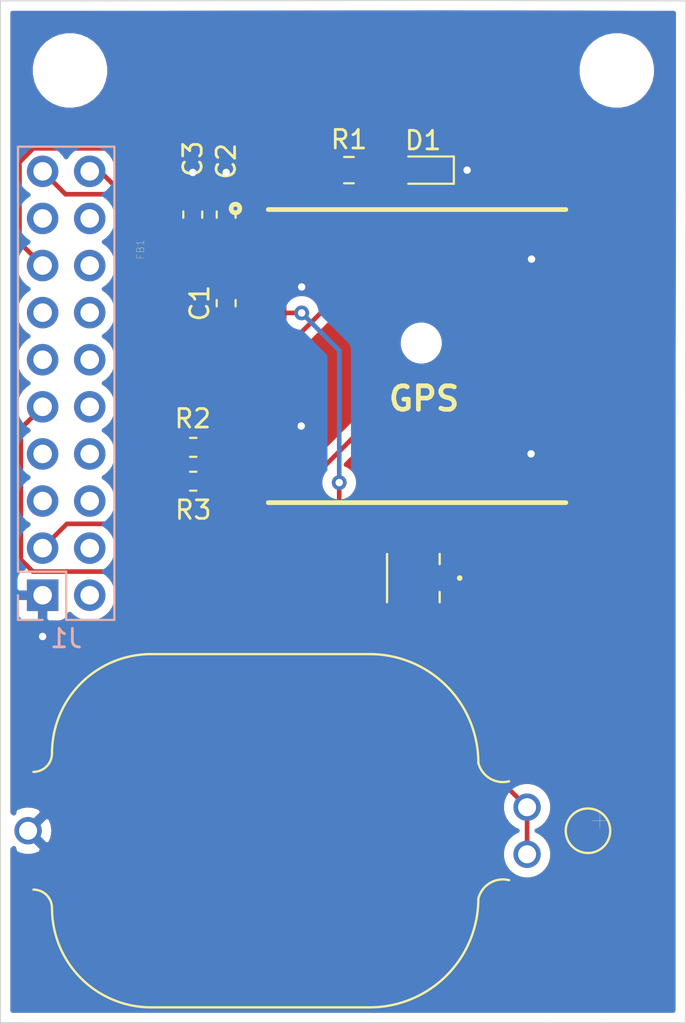
<source format=kicad_pcb>
(kicad_pcb (version 20171130) (host pcbnew "(5.1.6)-1")

  (general
    (thickness 1.6)
    (drawings 24)
    (tracks 93)
    (zones 0)
    (modules 14)
    (nets 36)
  )

  (page A4)
  (layers
    (0 F.Cu signal hide)
    (31 B.Cu signal hide)
    (32 B.Adhes user)
    (33 F.Adhes user)
    (34 B.Paste user)
    (35 F.Paste user)
    (36 B.SilkS user)
    (37 F.SilkS user)
    (38 B.Mask user)
    (39 F.Mask user)
    (40 Dwgs.User user)
    (41 Cmts.User user)
    (42 Eco1.User user)
    (43 Eco2.User user)
    (44 Edge.Cuts user)
    (45 Margin user)
    (46 B.CrtYd user)
    (47 F.CrtYd user)
    (48 B.Fab user)
    (49 F.Fab user)
  )

  (setup
    (last_trace_width 0.25)
    (user_trace_width 0.35)
    (user_trace_width 0.5)
    (trace_clearance 0.2)
    (zone_clearance 0.508)
    (zone_45_only no)
    (trace_min 0.2)
    (via_size 0.8)
    (via_drill 0.4)
    (via_min_size 0.4)
    (via_min_drill 0.3)
    (uvia_size 0.3)
    (uvia_drill 0.1)
    (uvias_allowed no)
    (uvia_min_size 0.2)
    (uvia_min_drill 0.1)
    (edge_width 0.05)
    (segment_width 0.2)
    (pcb_text_width 0.3)
    (pcb_text_size 1.5 1.5)
    (mod_edge_width 0.12)
    (mod_text_size 1 1)
    (mod_text_width 0.15)
    (pad_size 1.524 1.524)
    (pad_drill 0.762)
    (pad_to_mask_clearance 0.05)
    (aux_axis_origin 0 0)
    (visible_elements 7FFFFFFF)
    (pcbplotparams
      (layerselection 0x010fc_ffffffff)
      (usegerberextensions false)
      (usegerberattributes true)
      (usegerberadvancedattributes true)
      (creategerberjobfile true)
      (excludeedgelayer true)
      (linewidth 0.100000)
      (plotframeref false)
      (viasonmask false)
      (mode 1)
      (useauxorigin false)
      (hpglpennumber 1)
      (hpglpenspeed 20)
      (hpglpendiameter 15.000000)
      (psnegative false)
      (psa4output false)
      (plotreference true)
      (plotvalue true)
      (plotinvisibletext false)
      (padsonsilk false)
      (subtractmaskfromsilk false)
      (outputformat 1)
      (mirror false)
      (drillshape 1)
      (scaleselection 1)
      (outputdirectory ""))
  )

  (net 0 "")
  (net 1 GND)
  (net 2 "Net-(BT1-Pad+1)")
  (net 3 "Net-(C2-Pad2)")
  (net 4 "Net-(D1-Pad2)")
  (net 5 /RX)
  (net 6 /TX)
  (net 7 /male_pin/MISO)
  (net 8 /male_pin/SCLK)
  (net 9 /male_pin/MOSI)
  (net 10 /NRESET)
  (net 11 /male_pin/H_PIN_5)
  (net 12 /1PPS)
  (net 13 /male_pin/H_PIN_3)
  (net 14 /male_pin/H_PIN_1)
  (net 15 /male_pin/H_PIN_2)
  (net 16 /male_pin/H_PIN_7)
  (net 17 /male_pin/H_PIN_8)
  (net 18 /male_pin/H_PIN_9)
  (net 19 /male_pin/H_PIN_10)
  (net 20 /male_pin/H_PIN_11)
  (net 21 +3V3)
  (net 22 /male_pin/+BATT)
  (net 23 "Net-(IC1-Pad5)")
  (net 24 "Net-(IC1-Pad9)")
  (net 25 "Net-(IC1-Pad10)")
  (net 26 "Net-(IC1-Pad11)")
  (net 27 "Net-(IC1-Pad20)")
  (net 28 "Net-(IC1-Pad18)")
  (net 29 "Net-(IC1-Pad17)")
  (net 30 "Net-(IC1-Pad16)")
  (net 31 "Net-(IC1-Pad15)")
  (net 32 "Net-(IC1-Pad14)")
  (net 33 "Net-(IC1-Pad7)")
  (net 34 "Net-(IC1-Pad6)")
  (net 35 /male_pin/H_PIN_4)

  (net_class Default "This is the default net class."
    (clearance 0.2)
    (trace_width 0.25)
    (via_dia 0.8)
    (via_drill 0.4)
    (uvia_dia 0.3)
    (uvia_drill 0.1)
    (add_net +3V3)
    (add_net /1PPS)
    (add_net /NRESET)
    (add_net /RX)
    (add_net /TX)
    (add_net /male_pin/+BATT)
    (add_net /male_pin/H_PIN_1)
    (add_net /male_pin/H_PIN_10)
    (add_net /male_pin/H_PIN_11)
    (add_net /male_pin/H_PIN_2)
    (add_net /male_pin/H_PIN_3)
    (add_net /male_pin/H_PIN_4)
    (add_net /male_pin/H_PIN_5)
    (add_net /male_pin/H_PIN_7)
    (add_net /male_pin/H_PIN_8)
    (add_net /male_pin/H_PIN_9)
    (add_net /male_pin/MISO)
    (add_net /male_pin/MOSI)
    (add_net /male_pin/SCLK)
    (add_net GND)
    (add_net "Net-(BT1-Pad+1)")
    (add_net "Net-(C2-Pad2)")
    (add_net "Net-(D1-Pad2)")
    (add_net "Net-(IC1-Pad10)")
    (add_net "Net-(IC1-Pad11)")
    (add_net "Net-(IC1-Pad14)")
    (add_net "Net-(IC1-Pad15)")
    (add_net "Net-(IC1-Pad16)")
    (add_net "Net-(IC1-Pad17)")
    (add_net "Net-(IC1-Pad18)")
    (add_net "Net-(IC1-Pad20)")
    (add_net "Net-(IC1-Pad5)")
    (add_net "Net-(IC1-Pad6)")
    (add_net "Net-(IC1-Pad7)")
    (add_net "Net-(IC1-Pad9)")
  )

  (module gps:FGPMMOPA6H (layer F.Cu) (tedit 0) (tstamp 60347146)
    (at 159.75 67.5)
    (descr FGPMMOPA6H)
    (tags "Integrated Circuit")
    (path /601F7432/602030A1)
    (fp_text reference GPS (at -7.65 10.2) (layer F.SilkS)
      (effects (font (size 1.27 1.27) (thickness 0.254)))
    )
    (fp_text value MTK3339 (at -8.682 8.186) (layer F.SilkS) hide
      (effects (font (size 1.27 1.27) (thickness 0.254)))
    )
    (fp_line (start -16.052 0) (end 0 0) (layer F.Fab) (width 0.254))
    (fp_line (start 0 0) (end 0 15.807) (layer F.Fab) (width 0.254))
    (fp_line (start 0 15.807) (end -16.052 15.807) (layer F.Fab) (width 0.254))
    (fp_line (start -16.052 15.807) (end -16.052 0) (layer F.Fab) (width 0.254))
    (fp_line (start -16.052 0) (end 0 0) (layer F.SilkS) (width 0.254))
    (fp_line (start -16.052 15.807) (end 0 15.807) (layer F.SilkS) (width 0.254))
    (fp_circle (center -17.822 -0.056) (end -17.822 0.053) (layer F.SilkS) (width 0.254))
    (fp_text user %R (at -8.682 8.186) (layer F.Fab)
      (effects (font (size 1.27 1.27) (thickness 0.254)))
    )
    (pad 21 np_thru_hole circle (at -7.8 7.2) (size 1.2 0) (drill 1.2) (layers *.Cu *.Mask))
    (pad 20 smd rect (at -0.07 1.172 90) (size 1 2) (layers F.Cu F.Paste F.Mask)
      (net 27 "Net-(IC1-Pad20)"))
    (pad 19 smd rect (at -0.07 2.672 90) (size 1 2) (layers F.Cu F.Paste F.Mask)
      (net 1 GND))
    (pad 18 smd rect (at -0.07 4.172 90) (size 1 2) (layers F.Cu F.Paste F.Mask)
      (net 28 "Net-(IC1-Pad18)"))
    (pad 17 smd rect (at -0.07 5.672 90) (size 1 2) (layers F.Cu F.Paste F.Mask)
      (net 29 "Net-(IC1-Pad17)"))
    (pad 16 smd rect (at -0.07 7.172 90) (size 1 2) (layers F.Cu F.Paste F.Mask)
      (net 30 "Net-(IC1-Pad16)"))
    (pad 15 smd rect (at -0.07 8.672 90) (size 1 2) (layers F.Cu F.Paste F.Mask)
      (net 31 "Net-(IC1-Pad15)"))
    (pad 14 smd rect (at -0.07 10.172 90) (size 1 2) (layers F.Cu F.Paste F.Mask)
      (net 32 "Net-(IC1-Pad14)"))
    (pad 13 smd rect (at -0.07 11.672 90) (size 1 2) (layers F.Cu F.Paste F.Mask)
      (net 12 /1PPS))
    (pad 12 smd rect (at -0.07 13.172 90) (size 1 2) (layers F.Cu F.Paste F.Mask)
      (net 1 GND))
    (pad 11 smd rect (at -0.07 14.672 90) (size 1 2) (layers F.Cu F.Paste F.Mask)
      (net 26 "Net-(IC1-Pad11)"))
    (pad 10 smd rect (at -16.07 14.672 90) (size 1 2) (layers F.Cu F.Paste F.Mask)
      (net 25 "Net-(IC1-Pad10)"))
    (pad 9 smd rect (at -16.07 13.172 90) (size 1 2) (layers F.Cu F.Paste F.Mask)
      (net 24 "Net-(IC1-Pad9)"))
    (pad 8 smd rect (at -16.07 11.672 90) (size 1 2) (layers F.Cu F.Paste F.Mask)
      (net 1 GND))
    (pad 7 smd rect (at -16.07 10.172 90) (size 1 2) (layers F.Cu F.Paste F.Mask)
      (net 33 "Net-(IC1-Pad7)"))
    (pad 6 smd rect (at -16.07 8.672 90) (size 1 2) (layers F.Cu F.Paste F.Mask)
      (net 34 "Net-(IC1-Pad6)"))
    (pad 5 smd rect (at -16.07 7.172 90) (size 1 2) (layers F.Cu F.Paste F.Mask)
      (net 23 "Net-(IC1-Pad5)"))
    (pad 4 smd rect (at -16.07 5.672 90) (size 1 2) (layers F.Cu F.Paste F.Mask)
      (net 2 "Net-(BT1-Pad+1)"))
    (pad 3 smd rect (at -16.07 4.172 90) (size 1 2) (layers F.Cu F.Paste F.Mask)
      (net 1 GND))
    (pad 2 smd rect (at -16.07 2.672 90) (size 1 2) (layers F.Cu F.Paste F.Mask)
      (net 10 /NRESET))
    (pad 1 smd rect (at -16.07 1.172 90) (size 1 2) (layers F.Cu F.Paste F.Mask)
      (net 3 "Net-(C2-Pad2)"))
  )

  (module MountingHole:MountingHole_3mm (layer F.Cu) (tedit 56D1B4CB) (tstamp 603B7691)
    (at 162.5 60)
    (descr "Mounting Hole 3mm, no annular")
    (tags "mounting hole 3mm no annular")
    (attr virtual)
    (fp_text reference " " (at 0.5 -2.2) (layer F.SilkS)
      (effects (font (size 1 1) (thickness 0.15)))
    )
    (fp_text value MountingHole (at 2 5 270) (layer F.Fab)
      (effects (font (size 1 1) (thickness 0.15)))
    )
    (fp_circle (center 0 0) (end 3.25 0) (layer F.CrtYd) (width 0.05))
    (fp_circle (center 0 0) (end 3 0) (layer Cmts.User) (width 0.15))
    (fp_text user %R (at 0.3 0) (layer F.Fab)
      (effects (font (size 1 1) (thickness 0.15)))
    )
    (pad 1 np_thru_hole circle (at 0 0) (size 3 3) (drill 3) (layers *.Cu *.Mask))
  )

  (module MountingHole:MountingHole_3mm (layer F.Cu) (tedit 56D1B4CB) (tstamp 603B768F)
    (at 133 60 90)
    (descr "Mounting Hole 3mm, no annular")
    (tags "mounting hole 3mm no annular")
    (attr virtual)
    (fp_text reference " " (at 2 0.5 180) (layer F.SilkS)
      (effects (font (size 1 1) (thickness 0.15)))
    )
    (fp_text value MountingHole (at -5.3 -1 90) (layer F.Fab)
      (effects (font (size 1 1) (thickness 0.15)))
    )
    (fp_circle (center 0 0) (end 3.25 0) (layer F.CrtYd) (width 0.05))
    (fp_circle (center 0 0) (end 3 0) (layer Cmts.User) (width 0.15))
    (fp_text user %R (at 0.3 0 90) (layer F.Fab)
      (effects (font (size 1 1) (thickness 0.15)))
    )
    (pad 1 np_thru_hole circle (at 0 0 90) (size 3 3) (drill 3) (layers *.Cu *.Mask))
  )

  (module gps:BAT_120591-1 (layer F.Cu) (tedit 6025A262) (tstamp 603ACBD2)
    (at 144.2 101 180)
    (path /601F7432/6025D875)
    (fp_text reference " " (at -11.1733 -10.90284 180) (layer F.SilkS)
      (effects (font (size 1.001638 1.001638) (thickness 0.015)))
    )
    (fp_text value BATT (at -6.7201 10.88125 180) (layer F.Fab)
      (effects (font (size 1.001496 1.001496) (thickness 0.015)))
    )
    (fp_line (start -13.65 -2.665) (end -13.65 2.665) (layer F.Fab) (width 0.127))
    (fp_line (start -13.65 2.665) (end -12.485 2.665) (layer F.Fab) (width 0.127))
    (fp_line (start -4.97 9.525) (end 6.82 9.525) (layer F.Fab) (width 0.127))
    (fp_line (start 13.17 3.175) (end 13.65 3.175) (layer F.Fab) (width 0.127))
    (fp_line (start -13.65 -2.665) (end -12.485 -2.665) (layer F.Fab) (width 0.127))
    (fp_line (start 6.82 -9.525) (end -4.97 -9.525) (layer F.Fab) (width 0.127))
    (fp_line (start 13.65 -3.175) (end 13.17 -3.175) (layer F.Fab) (width 0.127))
    (fp_line (start 13.65 -3.175) (end 13.65 3.175) (layer F.Fab) (width 0.127))
    (fp_line (start -4.97 9.525) (end 6.82 9.525) (layer F.SilkS) (width 0.127))
    (fp_line (start 6.82 -9.525) (end -4.97 -9.525) (layer F.SilkS) (width 0.127))
    (fp_circle (center -10.895 0) (end -9.695 0) (layer F.Fab) (width 0.127))
    (fp_line (start -14.43 9.775) (end -14.43 -9.775) (layer F.CrtYd) (width 0.05))
    (fp_line (start -14.43 -9.775) (end 14.42 -9.775) (layer F.CrtYd) (width 0.05))
    (fp_line (start 14.42 -9.775) (end 14.42 9.775) (layer F.CrtYd) (width 0.05))
    (fp_line (start 14.42 9.775) (end -14.43 9.775) (layer F.CrtYd) (width 0.05))
    (fp_circle (center -16.745 0) (end -15.545 0) (layer F.SilkS) (width 0.127))
    (fp_text user + (at -17.3868 0.635247 180) (layer F.SilkS)
      (effects (font (size 1.120433 1.120433) (thickness 0.015)))
    )
    (fp_arc (start 6.82 -4.175) (end 6.82 -9.525) (angle 90) (layer F.SilkS) (width 0.127))
    (fp_arc (start 13.17 -4.175) (end 12.17 -4.175) (angle -90) (layer F.SilkS) (width 0.127))
    (fp_arc (start -4.97 -3.665) (end -10.83 -3.665) (angle 90) (layer F.SilkS) (width 0.127))
    (fp_arc (start -12.1575 -3.9925) (end -10.83 -3.665) (angle 90) (layer F.SilkS) (width 0.127))
    (fp_arc (start 13.17 4.175) (end 13.17 3.175) (angle -90) (layer F.SilkS) (width 0.127))
    (fp_arc (start -4.97 3.665) (end -10.83 3.665) (angle -90) (layer F.SilkS) (width 0.127))
    (fp_arc (start 6.82 4.175) (end 12.17 4.175) (angle 90) (layer F.SilkS) (width 0.127))
    (fp_arc (start -12.1575 3.9925) (end -10.83 3.665) (angle -90) (layer F.SilkS) (width 0.127))
    (fp_text user + (at -11.5402 0.63556 180) (layer F.Fab)
      (effects (font (size 1.120984 1.120984) (thickness 0.015)))
    )
    (fp_arc (start 6.82 -4.175) (end 6.82 -9.525) (angle 90) (layer F.Fab) (width 0.127))
    (fp_arc (start 13.17 -4.175) (end 12.17 -4.175) (angle -90) (layer F.Fab) (width 0.127))
    (fp_arc (start -4.97 -3.665) (end -10.83 -3.665) (angle 90) (layer F.Fab) (width 0.127))
    (fp_arc (start -12.1575 -3.9925) (end -10.83 -3.665) (angle 90) (layer F.Fab) (width 0.127))
    (fp_arc (start 13.17 4.175) (end 13.17 3.175) (angle -90) (layer F.Fab) (width 0.127))
    (fp_arc (start -4.97 3.665) (end -10.83 3.665) (angle -90) (layer F.Fab) (width 0.127))
    (fp_arc (start 6.82 4.175) (end 12.17 4.175) (angle 90) (layer F.Fab) (width 0.127))
    (fp_arc (start -12.1575 3.9925) (end -10.83 3.665) (angle -90) (layer F.Fab) (width 0.127))
    (pad - thru_hole circle (at 13.46 0 180) (size 1.478 1.478) (drill 0.97) (layers *.Cu *.Mask)
      (net 1 GND))
    (pad +2 thru_hole circle (at -13.46 1.27 180) (size 1.478 1.478) (drill 0.97) (layers *.Cu *.Mask)
      (net 2 "Net-(BT1-Pad+1)"))
    (pad +1 thru_hole circle (at -13.46 -1.27 180) (size 1.478 1.478) (drill 0.97) (layers *.Cu *.Mask)
      (net 2 "Net-(BT1-Pad+1)"))
  )

  (module "gps:HRS_U.FL-R-SMT(10)" (layer F.Cu) (tedit 6034041E) (tstamp 60347142)
    (at 151.525 87.375 180)
    (descr "U.FL Series 50 Ohm Receptacle Male Pins Ultra Small SMT Coaxial Connector")
    (path /601F7432/6034230D)
    (fp_text reference " " (at 0.039915 -3.411835) (layer F.SilkS)
      (effects (font (size 0.801331 0.801331) (thickness 0.015)))
    )
    (fp_text value "U.FL-R-SMT(10)" (at 2.5 0 90) (layer F.Fab)
      (effects (font (size 0.80022 0.80022) (thickness 0.015)))
    )
    (fp_poly (pts (xy -1 -0.95) (xy 1.3 -0.95) (xy 1.3 0.95) (xy -1 0.95)) (layer Dwgs.User) (width 0.01))
    (fp_poly (pts (xy -1 -0.95) (xy 1.3 -0.95) (xy 1.3 0.95) (xy -1 0.95)) (layer Dwgs.User) (width 0.01))
    (fp_line (start 1.3 -1.3) (end 1.3 1.3) (layer F.Fab) (width 0.127))
    (fp_line (start -1.42 0.75) (end -1.42 1.3) (layer F.SilkS) (width 0.127))
    (fp_line (start -1.42 -1.3) (end -1.42 -0.75) (layer F.SilkS) (width 0.127))
    (fp_circle (center -2.5 0) (end -2.425 0) (layer F.Fab) (width 0.15))
    (fp_circle (center -2.5 0) (end -2.425 0) (layer F.SilkS) (width 0.15))
    (fp_line (start -2.3 -2.25) (end 1.55 -2.25) (layer F.CrtYd) (width 0.05))
    (fp_line (start -2.3 2.25) (end -2.3 -2.25) (layer F.CrtYd) (width 0.05))
    (fp_line (start 1.55 2.25) (end -2.3 2.25) (layer F.CrtYd) (width 0.05))
    (fp_line (start 1.55 -2.25) (end 1.55 2.25) (layer F.CrtYd) (width 0.05))
    (fp_circle (center 0 0) (end 0.3 0) (layer F.Fab) (width 0.1))
    (fp_circle (center 0 0) (end 1 0) (layer F.Fab) (width 0.127))
    (fp_line (start -1.3 -1.3) (end -1.3 1.3) (layer F.Fab) (width 0.127))
    (fp_line (start 1.42 -1.3) (end 1.42 1.3) (layer F.SilkS) (width 0.127))
    (fp_line (start 1.3 1.3) (end -1.3 1.3) (layer F.Fab) (width 0.127))
    (fp_line (start 1.3 -1.3) (end -1.3 -1.3) (layer F.Fab) (width 0.127))
    (pad 3 smd rect (at 0 1.475 180) (size 2.2 1.05) (layers F.Cu F.Paste F.Mask)
      (net 26 "Net-(IC1-Pad11)"))
    (pad 2 smd rect (at 0 -1.475 180) (size 2.2 1.05) (layers F.Cu F.Paste F.Mask)
      (net 26 "Net-(IC1-Pad11)"))
    (pad 1 smd rect (at -1.525 0 180) (size 1.05 1) (layers F.Cu F.Paste F.Mask)
      (net 26 "Net-(IC1-Pad11)"))
  )

  (module gps:BEADC1608X90N (layer F.Cu) (tedit 60340CA3) (tstamp 603470D8)
    (at 137.85 69.445 90)
    (path /601F7432/60341F0A)
    (fp_text reference FB1 (at -0.21 -1.05 90) (layer F.SilkS)
      (effects (font (size 0.393701 0.393701) (thickness 0.015)))
    )
    (fp_text value FBMH1608HL601-T (at 0.5 1.05 90) (layer F.Fab)
      (effects (font (size 0.393701 0.393701) (thickness 0.015)))
    )
    (fp_line (start 1.465 0.715) (end 1.465 -0.715) (layer F.CrtYd) (width 0.05))
    (fp_line (start -1.465 0.715) (end -1.465 -0.715) (layer F.CrtYd) (width 0.05))
    (fp_line (start -1.465 -0.715) (end 1.465 -0.715) (layer F.CrtYd) (width 0.05))
    (fp_line (start -1.465 0.715) (end 1.465 0.715) (layer F.CrtYd) (width 0.05))
    (fp_line (start -0.85 0.45) (end -0.85 -0.45) (layer F.Fab) (width 0.127))
    (fp_line (start 0.85 0.45) (end 0.85 -0.45) (layer F.Fab) (width 0.127))
    (fp_line (start 0.85 -0.45) (end -0.85 -0.45) (layer F.Fab) (width 0.127))
    (fp_line (start 0.85 0.45) (end -0.85 0.45) (layer F.Fab) (width 0.127))
    (pad 2 smd rect (at 0.795 0 90) (size 0.84 0.93) (layers F.Cu F.Paste F.Mask)
      (net 3 "Net-(C2-Pad2)"))
    (pad 1 smd rect (at -0.795 0 90) (size 0.84 0.93) (layers F.Cu F.Paste F.Mask)
      (net 21 +3V3))
  )

  (module Resistor_SMD:R_0603_1608Metric_Pad1.05x0.95mm_HandSolder (layer F.Cu) (tedit 5B301BBD) (tstamp 603AD981)
    (at 139.65 82.15 180)
    (descr "Resistor SMD 0603 (1608 Metric), square (rectangular) end terminal, IPC_7351 nominal with elongated pad for handsoldering. (Body size source: http://www.tortai-tech.com/upload/download/2011102023233369053.pdf), generated with kicad-footprint-generator")
    (tags "resistor handsolder")
    (path /601F7432/60205ED7)
    (attr smd)
    (fp_text reference R3 (at 0 -1.55 180) (layer F.SilkS)
      (effects (font (size 1 1) (thickness 0.15)))
    )
    (fp_text value 330ohm (at 0 1.43 180) (layer F.Fab)
      (effects (font (size 1 1) (thickness 0.15)))
    )
    (fp_line (start -0.8 0.4) (end -0.8 -0.4) (layer F.Fab) (width 0.1))
    (fp_line (start -0.8 -0.4) (end 0.8 -0.4) (layer F.Fab) (width 0.1))
    (fp_line (start 0.8 -0.4) (end 0.8 0.4) (layer F.Fab) (width 0.1))
    (fp_line (start 0.8 0.4) (end -0.8 0.4) (layer F.Fab) (width 0.1))
    (fp_line (start -0.171267 -0.51) (end 0.171267 -0.51) (layer F.SilkS) (width 0.12))
    (fp_line (start -0.171267 0.51) (end 0.171267 0.51) (layer F.SilkS) (width 0.12))
    (fp_line (start -1.65 0.73) (end -1.65 -0.73) (layer F.CrtYd) (width 0.05))
    (fp_line (start -1.65 -0.73) (end 1.65 -0.73) (layer F.CrtYd) (width 0.05))
    (fp_line (start 1.65 -0.73) (end 1.65 0.73) (layer F.CrtYd) (width 0.05))
    (fp_line (start 1.65 0.73) (end -1.65 0.73) (layer F.CrtYd) (width 0.05))
    (fp_text user %R (at 0 0 180) (layer F.Fab)
      (effects (font (size 0.4 0.4) (thickness 0.06)))
    )
    (pad 2 smd roundrect (at 0.875 0 180) (size 1.05 0.95) (layers F.Cu F.Paste F.Mask) (roundrect_rratio 0.25)
      (net 6 /TX))
    (pad 1 smd roundrect (at -0.875 0 180) (size 1.05 0.95) (layers F.Cu F.Paste F.Mask) (roundrect_rratio 0.25)
      (net 25 "Net-(IC1-Pad10)"))
    (model ${KISYS3DMOD}/Resistor_SMD.3dshapes/R_0603_1608Metric.wrl
      (at (xyz 0 0 0))
      (scale (xyz 1 1 1))
      (rotate (xyz 0 0 0))
    )
  )

  (module Resistor_SMD:R_0603_1608Metric_Pad1.05x0.95mm_HandSolder (layer F.Cu) (tedit 5B301BBD) (tstamp 60346E1B)
    (at 139.65 80.325 180)
    (descr "Resistor SMD 0603 (1608 Metric), square (rectangular) end terminal, IPC_7351 nominal with elongated pad for handsoldering. (Body size source: http://www.tortai-tech.com/upload/download/2011102023233369053.pdf), generated with kicad-footprint-generator")
    (tags "resistor handsolder")
    (path /601F7432/602069A4)
    (attr smd)
    (fp_text reference R2 (at 0.025 1.55 180) (layer F.SilkS)
      (effects (font (size 1 1) (thickness 0.15)))
    )
    (fp_text value 330ohm (at 0 1.43 180) (layer F.Fab)
      (effects (font (size 1 1) (thickness 0.15)))
    )
    (fp_line (start -0.8 0.4) (end -0.8 -0.4) (layer F.Fab) (width 0.1))
    (fp_line (start -0.8 -0.4) (end 0.8 -0.4) (layer F.Fab) (width 0.1))
    (fp_line (start 0.8 -0.4) (end 0.8 0.4) (layer F.Fab) (width 0.1))
    (fp_line (start 0.8 0.4) (end -0.8 0.4) (layer F.Fab) (width 0.1))
    (fp_line (start -0.171267 -0.51) (end 0.171267 -0.51) (layer F.SilkS) (width 0.12))
    (fp_line (start -0.171267 0.51) (end 0.171267 0.51) (layer F.SilkS) (width 0.12))
    (fp_line (start -1.65 0.73) (end -1.65 -0.73) (layer F.CrtYd) (width 0.05))
    (fp_line (start -1.65 -0.73) (end 1.65 -0.73) (layer F.CrtYd) (width 0.05))
    (fp_line (start 1.65 -0.73) (end 1.65 0.73) (layer F.CrtYd) (width 0.05))
    (fp_line (start 1.65 0.73) (end -1.65 0.73) (layer F.CrtYd) (width 0.05))
    (fp_text user %R (at 0 0 180) (layer F.Fab)
      (effects (font (size 0.4 0.4) (thickness 0.06)))
    )
    (pad 2 smd roundrect (at 0.875 0 180) (size 1.05 0.95) (layers F.Cu F.Paste F.Mask) (roundrect_rratio 0.25)
      (net 5 /RX))
    (pad 1 smd roundrect (at -0.875 0 180) (size 1.05 0.95) (layers F.Cu F.Paste F.Mask) (roundrect_rratio 0.25)
      (net 24 "Net-(IC1-Pad9)"))
    (model ${KISYS3DMOD}/Resistor_SMD.3dshapes/R_0603_1608Metric.wrl
      (at (xyz 0 0 0))
      (scale (xyz 1 1 1))
      (rotate (xyz 0 0 0))
    )
  )

  (module Resistor_SMD:R_0805_2012Metric_Pad1.15x1.40mm_HandSolder (layer F.Cu) (tedit 5B36C52B) (tstamp 60346E0A)
    (at 148.05 65.375)
    (descr "Resistor SMD 0805 (2012 Metric), square (rectangular) end terminal, IPC_7351 nominal with elongated pad for handsoldering. (Body size source: https://docs.google.com/spreadsheets/d/1BsfQQcO9C6DZCsRaXUlFlo91Tg2WpOkGARC1WS5S8t0/edit?usp=sharing), generated with kicad-footprint-generator")
    (tags "resistor handsolder")
    (path /601F7432/6020A14A)
    (attr smd)
    (fp_text reference R1 (at 0 -1.65) (layer F.SilkS)
      (effects (font (size 1 1) (thickness 0.15)))
    )
    (fp_text value 330ohm (at 0 1.65) (layer F.Fab)
      (effects (font (size 1 1) (thickness 0.15)))
    )
    (fp_line (start -1 0.6) (end -1 -0.6) (layer F.Fab) (width 0.1))
    (fp_line (start -1 -0.6) (end 1 -0.6) (layer F.Fab) (width 0.1))
    (fp_line (start 1 -0.6) (end 1 0.6) (layer F.Fab) (width 0.1))
    (fp_line (start 1 0.6) (end -1 0.6) (layer F.Fab) (width 0.1))
    (fp_line (start -0.261252 -0.71) (end 0.261252 -0.71) (layer F.SilkS) (width 0.12))
    (fp_line (start -0.261252 0.71) (end 0.261252 0.71) (layer F.SilkS) (width 0.12))
    (fp_line (start -1.85 0.95) (end -1.85 -0.95) (layer F.CrtYd) (width 0.05))
    (fp_line (start -1.85 -0.95) (end 1.85 -0.95) (layer F.CrtYd) (width 0.05))
    (fp_line (start 1.85 -0.95) (end 1.85 0.95) (layer F.CrtYd) (width 0.05))
    (fp_line (start 1.85 0.95) (end -1.85 0.95) (layer F.CrtYd) (width 0.05))
    (fp_text user %R (at 0 0) (layer F.Fab)
      (effects (font (size 0.5 0.5) (thickness 0.08)))
    )
    (pad 2 smd roundrect (at 1.025 0) (size 1.15 1.4) (layers F.Cu F.Paste F.Mask) (roundrect_rratio 0.217391)
      (net 4 "Net-(D1-Pad2)"))
    (pad 1 smd roundrect (at -1.025 0) (size 1.15 1.4) (layers F.Cu F.Paste F.Mask) (roundrect_rratio 0.217391)
      (net 23 "Net-(IC1-Pad5)"))
    (model ${KISYS3DMOD}/Resistor_SMD.3dshapes/R_0805_2012Metric.wrl
      (at (xyz 0 0 0))
      (scale (xyz 1 1 1))
      (rotate (xyz 0 0 0))
    )
  )

  (module Connector_PinHeader_2.54mm:PinHeader_2x10_P2.54mm_Vertical (layer B.Cu) (tedit 59FED5CC) (tstamp 60346DF9)
    (at 131.525 88.3)
    (descr "Through hole straight pin header, 2x10, 2.54mm pitch, double rows")
    (tags "Through hole pin header THT 2x10 2.54mm double row")
    (path /601F712A/602000D6)
    (fp_text reference J1 (at 1.27 2.33) (layer B.SilkS)
      (effects (font (size 1 1) (thickness 0.15)) (justify mirror))
    )
    (fp_text value Conn_02x10_Odd_Even (at 6.5 -24.5) (layer B.Fab)
      (effects (font (size 1 1) (thickness 0.15)) (justify mirror))
    )
    (fp_line (start 0 1.27) (end 3.81 1.27) (layer B.Fab) (width 0.1))
    (fp_line (start 3.81 1.27) (end 3.81 -24.13) (layer B.Fab) (width 0.1))
    (fp_line (start 3.81 -24.13) (end -1.27 -24.13) (layer B.Fab) (width 0.1))
    (fp_line (start -1.27 -24.13) (end -1.27 0) (layer B.Fab) (width 0.1))
    (fp_line (start -1.27 0) (end 0 1.27) (layer B.Fab) (width 0.1))
    (fp_line (start -1.33 -24.19) (end 3.87 -24.19) (layer B.SilkS) (width 0.12))
    (fp_line (start -1.33 -1.27) (end -1.33 -24.19) (layer B.SilkS) (width 0.12))
    (fp_line (start 3.87 1.33) (end 3.87 -24.19) (layer B.SilkS) (width 0.12))
    (fp_line (start -1.33 -1.27) (end 1.27 -1.27) (layer B.SilkS) (width 0.12))
    (fp_line (start 1.27 -1.27) (end 1.27 1.33) (layer B.SilkS) (width 0.12))
    (fp_line (start 1.27 1.33) (end 3.87 1.33) (layer B.SilkS) (width 0.12))
    (fp_line (start -1.33 0) (end -1.33 1.33) (layer B.SilkS) (width 0.12))
    (fp_line (start -1.33 1.33) (end 0 1.33) (layer B.SilkS) (width 0.12))
    (fp_line (start -1.8 1.8) (end -1.8 -24.65) (layer B.CrtYd) (width 0.05))
    (fp_line (start -1.8 -24.65) (end 4.35 -24.65) (layer B.CrtYd) (width 0.05))
    (fp_line (start 4.35 -24.65) (end 4.35 1.8) (layer B.CrtYd) (width 0.05))
    (fp_line (start 4.35 1.8) (end -1.8 1.8) (layer B.CrtYd) (width 0.05))
    (fp_text user %R (at 1.27 -11.43 -90) (layer B.Fab)
      (effects (font (size 1 1) (thickness 0.15)) (justify mirror))
    )
    (pad 20 thru_hole oval (at 2.54 -22.86) (size 1.7 1.7) (drill 1) (layers *.Cu *.Mask)
      (net 5 /RX))
    (pad 19 thru_hole oval (at 0 -22.86) (size 1.7 1.7) (drill 1) (layers *.Cu *.Mask)
      (net 6 /TX))
    (pad 18 thru_hole oval (at 2.54 -20.32) (size 1.7 1.7) (drill 1) (layers *.Cu *.Mask)
      (net 7 /male_pin/MISO))
    (pad 17 thru_hole oval (at 0 -20.32) (size 1.7 1.7) (drill 1) (layers *.Cu *.Mask)
      (net 8 /male_pin/SCLK))
    (pad 16 thru_hole oval (at 2.54 -17.78) (size 1.7 1.7) (drill 1) (layers *.Cu *.Mask)
      (net 9 /male_pin/MOSI))
    (pad 15 thru_hole oval (at 0 -17.78) (size 1.7 1.7) (drill 1) (layers *.Cu *.Mask)
      (net 10 /NRESET))
    (pad 14 thru_hole oval (at 2.54 -15.24) (size 1.7 1.7) (drill 1) (layers *.Cu *.Mask)
      (net 11 /male_pin/H_PIN_5))
    (pad 13 thru_hole oval (at 0 -15.24) (size 1.7 1.7) (drill 1) (layers *.Cu *.Mask)
      (net 35 /male_pin/H_PIN_4))
    (pad 12 thru_hole oval (at 2.54 -12.7) (size 1.7 1.7) (drill 1) (layers *.Cu *.Mask)
      (net 13 /male_pin/H_PIN_3))
    (pad 11 thru_hole oval (at 0 -12.7) (size 1.7 1.7) (drill 1) (layers *.Cu *.Mask)
      (net 14 /male_pin/H_PIN_1))
    (pad 10 thru_hole oval (at 2.54 -10.16) (size 1.7 1.7) (drill 1) (layers *.Cu *.Mask)
      (net 15 /male_pin/H_PIN_2))
    (pad 9 thru_hole oval (at 0 -10.16) (size 1.7 1.7) (drill 1) (layers *.Cu *.Mask)
      (net 12 /1PPS))
    (pad 8 thru_hole oval (at 2.54 -7.62) (size 1.7 1.7) (drill 1) (layers *.Cu *.Mask)
      (net 16 /male_pin/H_PIN_7))
    (pad 7 thru_hole oval (at 0 -7.62) (size 1.7 1.7) (drill 1) (layers *.Cu *.Mask)
      (net 17 /male_pin/H_PIN_8))
    (pad 6 thru_hole oval (at 2.54 -5.08) (size 1.7 1.7) (drill 1) (layers *.Cu *.Mask)
      (net 18 /male_pin/H_PIN_9))
    (pad 5 thru_hole oval (at 0 -5.08) (size 1.7 1.7) (drill 1) (layers *.Cu *.Mask)
      (net 19 /male_pin/H_PIN_10))
    (pad 4 thru_hole oval (at 2.54 -2.54) (size 1.7 1.7) (drill 1) (layers *.Cu *.Mask)
      (net 20 /male_pin/H_PIN_11))
    (pad 3 thru_hole oval (at 0 -2.54) (size 1.7 1.7) (drill 1) (layers *.Cu *.Mask)
      (net 21 +3V3))
    (pad 2 thru_hole oval (at 2.54 0) (size 1.7 1.7) (drill 1) (layers *.Cu *.Mask)
      (net 22 /male_pin/+BATT))
    (pad 1 thru_hole rect (at 0 0) (size 1.7 1.7) (drill 1) (layers *.Cu *.Mask)
      (net 1 GND))
    (model ${KISYS3DMOD}/Connector_PinHeader_2.54mm.3dshapes/PinHeader_2x10_P2.54mm_Vertical.wrl
      (at (xyz 0 0 0))
      (scale (xyz 1 1 1))
      (rotate (xyz 0 0 0))
    )
  )

  (module LED_SMD:LED_0603_1608Metric_Pad1.05x0.95mm_HandSolder (layer F.Cu) (tedit 5B4B45C9) (tstamp 60346DCF)
    (at 152.05 65.375 180)
    (descr "LED SMD 0603 (1608 Metric), square (rectangular) end terminal, IPC_7351 nominal, (Body size source: http://www.tortai-tech.com/upload/download/2011102023233369053.pdf), generated with kicad-footprint-generator")
    (tags "LED handsolder")
    (path /601F7432/6020BD0D)
    (attr smd)
    (fp_text reference D1 (at 0 1.6) (layer F.SilkS)
      (effects (font (size 1 1) (thickness 0.15)))
    )
    (fp_text value LED (at -3 0) (layer F.Fab)
      (effects (font (size 1 1) (thickness 0.15)))
    )
    (fp_line (start 0.8 -0.4) (end -0.5 -0.4) (layer F.Fab) (width 0.1))
    (fp_line (start -0.5 -0.4) (end -0.8 -0.1) (layer F.Fab) (width 0.1))
    (fp_line (start -0.8 -0.1) (end -0.8 0.4) (layer F.Fab) (width 0.1))
    (fp_line (start -0.8 0.4) (end 0.8 0.4) (layer F.Fab) (width 0.1))
    (fp_line (start 0.8 0.4) (end 0.8 -0.4) (layer F.Fab) (width 0.1))
    (fp_line (start 0.8 -0.735) (end -1.66 -0.735) (layer F.SilkS) (width 0.12))
    (fp_line (start -1.66 -0.735) (end -1.66 0.735) (layer F.SilkS) (width 0.12))
    (fp_line (start -1.66 0.735) (end 0.8 0.735) (layer F.SilkS) (width 0.12))
    (fp_line (start -1.65 0.73) (end -1.65 -0.73) (layer F.CrtYd) (width 0.05))
    (fp_line (start -1.65 -0.73) (end 1.65 -0.73) (layer F.CrtYd) (width 0.05))
    (fp_line (start 1.65 -0.73) (end 1.65 0.73) (layer F.CrtYd) (width 0.05))
    (fp_line (start 1.65 0.73) (end -1.65 0.73) (layer F.CrtYd) (width 0.05))
    (fp_text user %R (at 0 0) (layer F.Fab)
      (effects (font (size 0.4 0.4) (thickness 0.06)))
    )
    (pad 2 smd roundrect (at 0.875 0 180) (size 1.05 0.95) (layers F.Cu F.Paste F.Mask) (roundrect_rratio 0.25)
      (net 4 "Net-(D1-Pad2)"))
    (pad 1 smd roundrect (at -0.875 0 180) (size 1.05 0.95) (layers F.Cu F.Paste F.Mask) (roundrect_rratio 0.25)
      (net 1 GND))
    (model ${KISYS3DMOD}/LED_SMD.3dshapes/LED_0603_1608Metric.wrl
      (at (xyz 0 0 0))
      (scale (xyz 1 1 1))
      (rotate (xyz 0 0 0))
    )
  )

  (module Capacitor_SMD:C_0603_1608Metric_Pad1.05x0.95mm_HandSolder (layer F.Cu) (tedit 5B301BBE) (tstamp 60346DBC)
    (at 139.625 67.775 270)
    (descr "Capacitor SMD 0603 (1608 Metric), square (rectangular) end terminal, IPC_7351 nominal with elongated pad for handsoldering. (Body size source: http://www.tortai-tech.com/upload/download/2011102023233369053.pdf), generated with kicad-footprint-generator")
    (tags "capacitor handsolder")
    (path /601F7432/602185CF)
    (attr smd)
    (fp_text reference C3 (at -3 0 90) (layer F.SilkS)
      (effects (font (size 1 1) (thickness 0.15)))
    )
    (fp_text value 0.01uF (at 0 1.43 90) (layer F.Fab)
      (effects (font (size 1 1) (thickness 0.15)))
    )
    (fp_line (start -0.8 0.4) (end -0.8 -0.4) (layer F.Fab) (width 0.1))
    (fp_line (start -0.8 -0.4) (end 0.8 -0.4) (layer F.Fab) (width 0.1))
    (fp_line (start 0.8 -0.4) (end 0.8 0.4) (layer F.Fab) (width 0.1))
    (fp_line (start 0.8 0.4) (end -0.8 0.4) (layer F.Fab) (width 0.1))
    (fp_line (start -0.171267 -0.51) (end 0.171267 -0.51) (layer F.SilkS) (width 0.12))
    (fp_line (start -0.171267 0.51) (end 0.171267 0.51) (layer F.SilkS) (width 0.12))
    (fp_line (start -1.65 0.73) (end -1.65 -0.73) (layer F.CrtYd) (width 0.05))
    (fp_line (start -1.65 -0.73) (end 1.65 -0.73) (layer F.CrtYd) (width 0.05))
    (fp_line (start 1.65 -0.73) (end 1.65 0.73) (layer F.CrtYd) (width 0.05))
    (fp_line (start 1.65 0.73) (end -1.65 0.73) (layer F.CrtYd) (width 0.05))
    (fp_text user %R (at 0 0 90) (layer F.Fab)
      (effects (font (size 0.4 0.4) (thickness 0.06)))
    )
    (pad 2 smd roundrect (at 0.875 0 270) (size 1.05 0.95) (layers F.Cu F.Paste F.Mask) (roundrect_rratio 0.25)
      (net 3 "Net-(C2-Pad2)"))
    (pad 1 smd roundrect (at -0.875 0 270) (size 1.05 0.95) (layers F.Cu F.Paste F.Mask) (roundrect_rratio 0.25)
      (net 1 GND))
    (model ${KISYS3DMOD}/Capacitor_SMD.3dshapes/C_0603_1608Metric.wrl
      (at (xyz 0 0 0))
      (scale (xyz 1 1 1))
      (rotate (xyz 0 0 0))
    )
  )

  (module Capacitor_SMD:C_0603_1608Metric_Pad1.05x0.95mm_HandSolder (layer F.Cu) (tedit 5B301BBE) (tstamp 60346DAB)
    (at 141.425 67.775 270)
    (descr "Capacitor SMD 0603 (1608 Metric), square (rectangular) end terminal, IPC_7351 nominal with elongated pad for handsoldering. (Body size source: http://www.tortai-tech.com/upload/download/2011102023233369053.pdf), generated with kicad-footprint-generator")
    (tags "capacitor handsolder")
    (path /601F7432/60219388)
    (attr smd)
    (fp_text reference C2 (at -2.875 0 90) (layer F.SilkS)
      (effects (font (size 1 1) (thickness 0.15)))
    )
    (fp_text value 1uF (at 0 1.43 90) (layer F.Fab)
      (effects (font (size 1 1) (thickness 0.15)))
    )
    (fp_line (start -0.8 0.4) (end -0.8 -0.4) (layer F.Fab) (width 0.1))
    (fp_line (start -0.8 -0.4) (end 0.8 -0.4) (layer F.Fab) (width 0.1))
    (fp_line (start 0.8 -0.4) (end 0.8 0.4) (layer F.Fab) (width 0.1))
    (fp_line (start 0.8 0.4) (end -0.8 0.4) (layer F.Fab) (width 0.1))
    (fp_line (start -0.171267 -0.51) (end 0.171267 -0.51) (layer F.SilkS) (width 0.12))
    (fp_line (start -0.171267 0.51) (end 0.171267 0.51) (layer F.SilkS) (width 0.12))
    (fp_line (start -1.65 0.73) (end -1.65 -0.73) (layer F.CrtYd) (width 0.05))
    (fp_line (start -1.65 -0.73) (end 1.65 -0.73) (layer F.CrtYd) (width 0.05))
    (fp_line (start 1.65 -0.73) (end 1.65 0.73) (layer F.CrtYd) (width 0.05))
    (fp_line (start 1.65 0.73) (end -1.65 0.73) (layer F.CrtYd) (width 0.05))
    (fp_text user %R (at 0 0 90) (layer F.Fab)
      (effects (font (size 0.4 0.4) (thickness 0.06)))
    )
    (pad 2 smd roundrect (at 0.875 0 270) (size 1.05 0.95) (layers F.Cu F.Paste F.Mask) (roundrect_rratio 0.25)
      (net 3 "Net-(C2-Pad2)"))
    (pad 1 smd roundrect (at -0.875 0 270) (size 1.05 0.95) (layers F.Cu F.Paste F.Mask) (roundrect_rratio 0.25)
      (net 1 GND))
    (model ${KISYS3DMOD}/Capacitor_SMD.3dshapes/C_0603_1608Metric.wrl
      (at (xyz 0 0 0))
      (scale (xyz 1 1 1))
      (rotate (xyz 0 0 0))
    )
  )

  (module Capacitor_SMD:C_0603_1608Metric_Pad1.05x0.95mm_HandSolder (layer F.Cu) (tedit 5B301BBE) (tstamp 60346D9A)
    (at 141.425 72.55 90)
    (descr "Capacitor SMD 0603 (1608 Metric), square (rectangular) end terminal, IPC_7351 nominal with elongated pad for handsoldering. (Body size source: http://www.tortai-tech.com/upload/download/2011102023233369053.pdf), generated with kicad-footprint-generator")
    (tags "capacitor handsolder")
    (path /601F7432/6020FC47)
    (attr smd)
    (fp_text reference C1 (at 0 -1.43 90) (layer F.SilkS)
      (effects (font (size 1 1) (thickness 0.15)))
    )
    (fp_text value 1uF (at 0 1.43 90) (layer F.Fab)
      (effects (font (size 1 1) (thickness 0.15)))
    )
    (fp_line (start -0.8 0.4) (end -0.8 -0.4) (layer F.Fab) (width 0.1))
    (fp_line (start -0.8 -0.4) (end 0.8 -0.4) (layer F.Fab) (width 0.1))
    (fp_line (start 0.8 -0.4) (end 0.8 0.4) (layer F.Fab) (width 0.1))
    (fp_line (start 0.8 0.4) (end -0.8 0.4) (layer F.Fab) (width 0.1))
    (fp_line (start -0.171267 -0.51) (end 0.171267 -0.51) (layer F.SilkS) (width 0.12))
    (fp_line (start -0.171267 0.51) (end 0.171267 0.51) (layer F.SilkS) (width 0.12))
    (fp_line (start -1.65 0.73) (end -1.65 -0.73) (layer F.CrtYd) (width 0.05))
    (fp_line (start -1.65 -0.73) (end 1.65 -0.73) (layer F.CrtYd) (width 0.05))
    (fp_line (start 1.65 -0.73) (end 1.65 0.73) (layer F.CrtYd) (width 0.05))
    (fp_line (start 1.65 0.73) (end -1.65 0.73) (layer F.CrtYd) (width 0.05))
    (fp_text user %R (at 0 0 90) (layer F.Fab)
      (effects (font (size 0.4 0.4) (thickness 0.06)))
    )
    (pad 2 smd roundrect (at 0.875 0 90) (size 1.05 0.95) (layers F.Cu F.Paste F.Mask) (roundrect_rratio 0.25)
      (net 1 GND))
    (pad 1 smd roundrect (at -0.875 0 90) (size 1.05 0.95) (layers F.Cu F.Paste F.Mask) (roundrect_rratio 0.25)
      (net 2 "Net-(BT1-Pad+1)"))
    (model ${KISYS3DMOD}/Capacitor_SMD.3dshapes/C_0603_1608Metric.wrl
      (at (xyz 0 0 0))
      (scale (xyz 1 1 1))
      (rotate (xyz 0 0 0))
    )
  )

  (gr_line (start 166.2 111.35) (end 166.2 110.55) (layer Edge.Cuts) (width 0.05) (tstamp 604022C4))
  (gr_line (start 161.85 111.35) (end 166.2 111.35) (layer Edge.Cuts) (width 0.05))
  (gr_line (start 166.2 104.275) (end 166.2 110.55) (layer Edge.Cuts) (width 0.05))
  (gr_line (start 166.2 96.4) (end 166.2 104.275) (layer Edge.Cuts) (width 0.05))
  (gr_line (start 166.2 87.35) (end 166.2 96.4) (layer Edge.Cuts) (width 0.05))
  (gr_line (start 166.2 82.675) (end 166.2 87.35) (layer Edge.Cuts) (width 0.05))
  (gr_line (start 166.2 78.325) (end 166.2 82.675) (layer Edge.Cuts) (width 0.05))
  (gr_line (start 166.225 66.725) (end 166.2 78.325) (layer Edge.Cuts) (width 0.05))
  (gr_line (start 166.225 59.45) (end 166.225 66.725) (layer Edge.Cuts) (width 0.05))
  (gr_line (start 166.225 56.25) (end 166.225 59.45) (layer Edge.Cuts) (width 0.05))
  (gr_line (start 166.1 56.25) (end 166.225 56.25) (layer Edge.Cuts) (width 0.05))
  (gr_line (start 165.425 56.25) (end 166.1 56.25) (layer Edge.Cuts) (width 0.05))
  (gr_line (start 153.225 56.225) (end 165.425 56.25) (layer Edge.Cuts) (width 0.05))
  (gr_line (start 133.6 56.25) (end 153.225 56.225) (layer Edge.Cuts) (width 0.05))
  (gr_line (start 158.6 111.35) (end 161.85 111.35) (layer Edge.Cuts) (width 0.05))
  (gr_line (start 130.85 111.35) (end 158.6 111.35) (layer Edge.Cuts) (width 0.05))
  (gr_line (start 129.25 111.35) (end 130.85 111.35) (layer Edge.Cuts) (width 0.05))
  (gr_line (start 129.25 111.125) (end 129.25 111.35) (layer Edge.Cuts) (width 0.05))
  (gr_line (start 129.25 94.9) (end 129.25 111.125) (layer Edge.Cuts) (width 0.05))
  (gr_line (start 129.25 78.325) (end 129.25 94.9) (layer Edge.Cuts) (width 0.05))
  (gr_line (start 129.25 65.9) (end 129.25 78.325) (layer Edge.Cuts) (width 0.05))
  (gr_line (start 129.25 56.25) (end 133.6 56.25) (layer Edge.Cuts) (width 0.05))
  (gr_line (start 129.25 56.5) (end 129.25 56.25) (layer Edge.Cuts) (width 0.05))
  (gr_line (start 129.25 56.5) (end 129.25 65.9) (layer Edge.Cuts) (width 0.05))

  (segment (start 142.893685 71.672) (end 143.68 71.672) (width 0.25) (layer F.Cu) (net 1))
  (via (at 157.9 70.175) (size 0.8) (drill 0.4) (layers F.Cu B.Cu) (net 1))
  (segment (start 159.68 70.172) (end 157.903 70.172) (width 0.25) (layer F.Cu) (net 1))
  (segment (start 157.903 70.172) (end 157.9 70.175) (width 0.25) (layer F.Cu) (net 1))
  (via (at 145.475 79.175) (size 0.8) (drill 0.4) (layers F.Cu B.Cu) (net 1))
  (segment (start 143.68 79.172) (end 145.472 79.172) (width 0.25) (layer F.Cu) (net 1))
  (segment (start 145.472 79.172) (end 145.475 79.175) (width 0.25) (layer F.Cu) (net 1))
  (via (at 157.875 80.675) (size 0.8) (drill 0.4) (layers F.Cu B.Cu) (net 1))
  (segment (start 159.68 80.672) (end 157.878 80.672) (width 0.25) (layer F.Cu) (net 1))
  (segment (start 157.878 80.672) (end 157.875 80.675) (width 0.25) (layer F.Cu) (net 1))
  (via (at 131.525 90.525) (size 0.8) (drill 0.4) (layers F.Cu B.Cu) (net 1))
  (segment (start 131.525 88.3) (end 131.525 90.525) (width 0.25) (layer F.Cu) (net 1))
  (via (at 141.425 65.5) (size 0.8) (drill 0.4) (layers F.Cu B.Cu) (net 1))
  (segment (start 141.425 66.9) (end 141.425 65.5) (width 0.25) (layer F.Cu) (net 1))
  (via (at 139.625 65.5) (size 0.8) (drill 0.4) (layers F.Cu B.Cu) (net 1))
  (segment (start 139.625 66.9) (end 139.625 65.5) (width 0.25) (layer F.Cu) (net 1))
  (segment (start 143.677 71.675) (end 143.68 71.672) (width 0.25) (layer F.Cu) (net 1))
  (segment (start 141.425 71.675) (end 143.677 71.675) (width 0.25) (layer F.Cu) (net 1))
  (via (at 154.425 65.375) (size 0.8) (drill 0.4) (layers F.Cu B.Cu) (net 1))
  (segment (start 152.925 65.375) (end 154.425 65.375) (width 0.25) (layer F.Cu) (net 1))
  (via (at 145.5 71.675) (size 0.8) (drill 0.4) (layers F.Cu B.Cu) (net 1))
  (segment (start 143.68 71.672) (end 145.497 71.672) (width 0.25) (layer F.Cu) (net 1))
  (segment (start 145.497 71.672) (end 145.5 71.675) (width 0.25) (layer F.Cu) (net 1))
  (segment (start 143.352 73.5) (end 143.68 73.172) (width 0.25) (layer F.Cu) (net 2))
  (segment (start 141.678 73.172) (end 141.425 73.425) (width 0.25) (layer F.Cu) (net 2))
  (segment (start 143.68 73.172) (end 141.678 73.172) (width 0.25) (layer F.Cu) (net 2))
  (segment (start 157.66 102.27) (end 157.66 99.73) (width 0.25) (layer F.Cu) (net 2))
  (segment (start 150.099999 92.169999) (end 150.099999 92.124999) (width 0.25) (layer F.Cu) (net 2))
  (segment (start 157.66 99.73) (end 150.099999 92.169999) (width 0.25) (layer F.Cu) (net 2))
  (via (at 147.525 82.225) (size 0.8) (drill 0.4) (layers F.Cu B.Cu) (net 2))
  (segment (start 150.099999 92.124999) (end 147.525 89.55) (width 0.25) (layer F.Cu) (net 2))
  (segment (start 147.525 89.55) (end 147.525 82.225) (width 0.25) (layer F.Cu) (net 2))
  (via (at 145.500847 73.075847) (size 0.8) (drill 0.4) (layers F.Cu B.Cu) (net 2))
  (segment (start 147.525 82.225) (end 147.525 75.1) (width 0.25) (layer B.Cu) (net 2))
  (segment (start 147.525 75.1) (end 145.500847 73.075847) (width 0.25) (layer B.Cu) (net 2))
  (segment (start 143.776153 73.075847) (end 143.68 73.172) (width 0.25) (layer F.Cu) (net 2))
  (segment (start 145.500847 73.075847) (end 143.776153 73.075847) (width 0.25) (layer F.Cu) (net 2))
  (segment (start 141.447 68.672) (end 141.425 68.65) (width 0.25) (layer F.Cu) (net 3))
  (segment (start 143.68 68.672) (end 141.447 68.672) (width 0.25) (layer F.Cu) (net 3))
  (segment (start 141.425 68.65) (end 139.625 68.65) (width 0.25) (layer F.Cu) (net 3))
  (segment (start 139.625 68.65) (end 137.85 68.65) (width 0.25) (layer F.Cu) (net 3))
  (segment (start 151.175 65.375) (end 149.075 65.375) (width 0.25) (layer F.Cu) (net 4))
  (segment (start 136.650009 67.463599) (end 134.62641 65.44) (width 0.25) (layer F.Cu) (net 5))
  (segment (start 136.65001 79.62501) (end 136.650009 67.463599) (width 0.25) (layer F.Cu) (net 5))
  (segment (start 134.62641 65.44) (end 134.065 65.44) (width 0.25) (layer F.Cu) (net 5))
  (segment (start 137.35 80.325) (end 136.65001 79.62501) (width 0.25) (layer F.Cu) (net 5))
  (segment (start 138.775 80.325) (end 137.35 80.325) (width 0.25) (layer F.Cu) (net 5))
  (segment (start 132.76 66.675) (end 131.525 65.44) (width 0.25) (layer F.Cu) (net 6))
  (segment (start 138.775 82.15) (end 137.475 82.15) (width 0.25) (layer F.Cu) (net 6))
  (segment (start 136.2 67.65) (end 135.225 66.675) (width 0.25) (layer F.Cu) (net 6))
  (segment (start 136.2 80.875) (end 136.2 67.65) (width 0.25) (layer F.Cu) (net 6))
  (segment (start 137.475 82.15) (end 136.2 80.875) (width 0.25) (layer F.Cu) (net 6))
  (segment (start 135.225 66.675) (end 132.76 66.675) (width 0.25) (layer F.Cu) (net 6))
  (segment (start 143.68 70.172) (end 142.928 70.172) (width 0.35) (layer F.Cu) (net 10))
  (segment (start 145.005001 67.005001) (end 145.005001 70.096999) (width 0.25) (layer F.Cu) (net 10))
  (segment (start 145.005001 70.096999) (end 144.93 70.172) (width 0.25) (layer F.Cu) (net 10))
  (segment (start 131.525 70.52) (end 130.275 69.27) (width 0.25) (layer F.Cu) (net 10))
  (segment (start 131.025998 64.2) (end 142.2 64.2) (width 0.25) (layer F.Cu) (net 10))
  (segment (start 130.275 69.27) (end 130.275 64.950998) (width 0.25) (layer F.Cu) (net 10))
  (segment (start 144.93 70.172) (end 143.68 70.172) (width 0.25) (layer F.Cu) (net 10))
  (segment (start 130.275 64.950998) (end 131.025998 64.2) (width 0.25) (layer F.Cu) (net 10))
  (segment (start 142.2 64.2) (end 145.005001 67.005001) (width 0.25) (layer F.Cu) (net 10))
  (segment (start 159.758 79.25) (end 159.68 79.172) (width 0.35) (layer F.Cu) (net 12))
  (segment (start 159.68 79.172) (end 148.903 79.172) (width 0.25) (layer F.Cu) (net 12))
  (segment (start 148.903 79.172) (end 141.05 87.025) (width 0.25) (layer F.Cu) (net 12))
  (segment (start 141.05 87.025) (end 131 87.025) (width 0.25) (layer F.Cu) (net 12))
  (segment (start 130.349999 79.315001) (end 131.525 78.14) (width 0.25) (layer F.Cu) (net 12))
  (segment (start 130.349999 86.374999) (end 130.349999 79.315001) (width 0.25) (layer F.Cu) (net 12))
  (segment (start 131 87.025) (end 130.349999 86.374999) (width 0.25) (layer F.Cu) (net 12))
  (segment (start 133.76 83.46) (end 133.76 83.56) (width 0.35) (layer F.Cu) (net 18))
  (segment (start 133.76 83.46) (end 133.76 83.66) (width 0.35) (layer F.Cu) (net 18))
  (segment (start 133.76 83.66) (end 133.77 83.65) (width 0.35) (layer F.Cu) (net 18))
  (segment (start 137.85 70.24) (end 137.85 77.75) (width 0.25) (layer F.Cu) (net 21))
  (segment (start 139.62501 82.6205) (end 137.79551 84.45) (width 0.25) (layer F.Cu) (net 21))
  (segment (start 137.85 77.75) (end 139.62501 79.52501) (width 0.25) (layer F.Cu) (net 21))
  (segment (start 139.62501 79.52501) (end 139.62501 82.6205) (width 0.25) (layer F.Cu) (net 21))
  (segment (start 132.835 84.45) (end 131.525 85.76) (width 0.25) (layer F.Cu) (net 21))
  (segment (start 137.79551 84.45) (end 132.835 84.45) (width 0.25) (layer F.Cu) (net 21))
  (segment (start 143.552 74.8) (end 143.68 74.672) (width 0.35) (layer F.Cu) (net 23))
  (segment (start 144.93 74.672) (end 143.68 74.672) (width 0.25) (layer F.Cu) (net 23))
  (segment (start 147.025 72.577) (end 144.93 74.672) (width 0.25) (layer F.Cu) (net 23))
  (segment (start 147.025 65.375) (end 147.025 72.577) (width 0.25) (layer F.Cu) (net 23))
  (segment (start 140.872 80.672) (end 140.525 80.325) (width 0.25) (layer F.Cu) (net 24))
  (segment (start 143.68 80.672) (end 140.872 80.672) (width 0.25) (layer F.Cu) (net 24))
  (segment (start 140.547 82.172) (end 140.525 82.15) (width 0.25) (layer F.Cu) (net 25))
  (segment (start 143.68 82.172) (end 140.547 82.172) (width 0.25) (layer F.Cu) (net 25))
  (segment (start 151.575 85.9) (end 153.05 87.375) (width 0.25) (layer F.Cu) (net 26))
  (segment (start 151.525 85.8) (end 151.575 85.8) (width 0.25) (layer F.Cu) (net 26))
  (segment (start 151.575 88.85) (end 153.05 87.375) (width 0.25) (layer F.Cu) (net 26))
  (segment (start 151.525 88.75) (end 151.575 88.75) (width 0.25) (layer F.Cu) (net 26))
  (segment (start 159.68 83.845) (end 159.68 82.172) (width 0.25) (layer F.Cu) (net 26))
  (segment (start 153.05 87.375) (end 156.15 87.375) (width 0.25) (layer F.Cu) (net 26))
  (segment (start 156.15 87.375) (end 159.68 83.845) (width 0.25) (layer F.Cu) (net 26))

  (zone (net 1) (net_name GND) (layer F.Cu) (tstamp 0) (hatch edge 0.508)
    (connect_pads (clearance 0.508))
    (min_thickness 0.254)
    (fill yes (arc_segments 32) (thermal_gap 0.508) (thermal_bridge_width 0.508))
    (polygon
      (pts
        (xy 166.175 111.35) (xy 129.25 111.35) (xy 129.25 56.25) (xy 166.225 56.25)
      )
    )
    (filled_polygon
      (pts
        (xy 165.391906 56.909934) (xy 165.392581 56.91) (xy 165.424346 56.91) (xy 165.456066 56.910065) (xy 165.45674 56.91)
        (xy 165.565 56.91) (xy 165.565001 59.417572) (xy 165.565 59.417582) (xy 165.565001 66.724105) (xy 165.54007 78.291869)
        (xy 165.54 78.292582) (xy 165.54 78.324441) (xy 165.539932 78.355996) (xy 165.54 78.356702) (xy 165.540001 82.642572)
        (xy 165.54 82.642582) (xy 165.540001 87.317572) (xy 165.54 87.317582) (xy 165.540001 96.367572) (xy 165.54 96.367582)
        (xy 165.540001 104.242572) (xy 165.54 104.242582) (xy 165.540001 110.517571) (xy 165.54 110.517581) (xy 165.54 110.69)
        (xy 129.91 110.69) (xy 129.91 102.009608) (xy 129.970471 101.949137) (xy 130.034662 102.186881) (xy 130.279763 102.30168)
        (xy 130.542552 102.366456) (xy 130.812928 102.37872) (xy 131.080502 102.338) (xy 131.33499 102.245862) (xy 131.445338 102.186881)
        (xy 131.50953 101.949135) (xy 130.74 101.179605) (xy 130.725858 101.193748) (xy 130.546253 101.014143) (xy 130.560395 101)
        (xy 130.919605 101) (xy 131.689135 101.76953) (xy 131.926881 101.705338) (xy 132.04168 101.460237) (xy 132.106456 101.197448)
        (xy 132.11872 100.927072) (xy 132.078 100.659498) (xy 131.985862 100.40501) (xy 131.926881 100.294662) (xy 131.689135 100.23047)
        (xy 130.919605 101) (xy 130.560395 101) (xy 130.546253 100.985858) (xy 130.725858 100.806253) (xy 130.74 100.820395)
        (xy 131.50953 100.050865) (xy 131.445338 99.813119) (xy 131.200237 99.69832) (xy 130.937448 99.633544) (xy 130.667072 99.62128)
        (xy 130.399498 99.662) (xy 130.14501 99.754138) (xy 130.034662 99.813119) (xy 129.970471 100.050863) (xy 129.91 99.990392)
        (xy 129.91 89.15) (xy 130.036928 89.15) (xy 130.049188 89.274482) (xy 130.085498 89.39418) (xy 130.144463 89.504494)
        (xy 130.223815 89.601185) (xy 130.320506 89.680537) (xy 130.43082 89.739502) (xy 130.550518 89.775812) (xy 130.675 89.788072)
        (xy 131.23925 89.785) (xy 131.398 89.62625) (xy 131.398 88.427) (xy 130.19875 88.427) (xy 130.04 88.58575)
        (xy 130.036928 89.15) (xy 129.91 89.15) (xy 129.91 87.009801) (xy 130.092646 87.192447) (xy 130.085498 87.20582)
        (xy 130.049188 87.325518) (xy 130.036928 87.45) (xy 130.04 88.01425) (xy 130.19875 88.173) (xy 131.398 88.173)
        (xy 131.398 88.153) (xy 131.652 88.153) (xy 131.652 88.173) (xy 131.672 88.173) (xy 131.672 88.427)
        (xy 131.652 88.427) (xy 131.652 89.62625) (xy 131.81075 89.785) (xy 132.375 89.788072) (xy 132.499482 89.775812)
        (xy 132.61918 89.739502) (xy 132.729494 89.680537) (xy 132.826185 89.601185) (xy 132.905537 89.504494) (xy 132.964502 89.39418)
        (xy 132.986513 89.32162) (xy 133.118368 89.453475) (xy 133.361589 89.61599) (xy 133.631842 89.727932) (xy 133.91874 89.785)
        (xy 134.21126 89.785) (xy 134.498158 89.727932) (xy 134.768411 89.61599) (xy 135.011632 89.453475) (xy 135.218475 89.246632)
        (xy 135.38099 89.003411) (xy 135.492932 88.733158) (xy 135.55 88.44626) (xy 135.55 88.15374) (xy 135.492932 87.866842)
        (xy 135.459032 87.785) (xy 141.012678 87.785) (xy 141.05 87.788676) (xy 141.087322 87.785) (xy 141.087333 87.785)
        (xy 141.198986 87.774003) (xy 141.342247 87.730546) (xy 141.474276 87.659974) (xy 141.590001 87.565001) (xy 141.613804 87.535997)
        (xy 146.557051 82.59275) (xy 146.607795 82.715256) (xy 146.721063 82.884774) (xy 146.765001 82.928712) (xy 146.765 89.512678)
        (xy 146.761324 89.55) (xy 146.765 89.587322) (xy 146.765 89.587332) (xy 146.775997 89.698985) (xy 146.799302 89.775812)
        (xy 146.819454 89.842246) (xy 146.890026 89.974276) (xy 146.929871 90.022826) (xy 146.984999 90.090001) (xy 147.014003 90.113804)
        (xy 149.43121 92.531012) (xy 149.465025 92.594275) (xy 149.50487 92.642825) (xy 149.559998 92.71) (xy 149.589002 92.733803)
        (xy 156.313188 99.45799) (xy 156.286 99.594673) (xy 156.286 99.865327) (xy 156.338802 100.130781) (xy 156.442377 100.380833)
        (xy 156.592745 100.605874) (xy 156.784126 100.797255) (xy 156.900001 100.87468) (xy 156.9 101.12532) (xy 156.784126 101.202745)
        (xy 156.592745 101.394126) (xy 156.442377 101.619167) (xy 156.338802 101.869219) (xy 156.286 102.134673) (xy 156.286 102.405327)
        (xy 156.338802 102.670781) (xy 156.442377 102.920833) (xy 156.592745 103.145874) (xy 156.784126 103.337255) (xy 157.009167 103.487623)
        (xy 157.259219 103.591198) (xy 157.524673 103.644) (xy 157.795327 103.644) (xy 158.060781 103.591198) (xy 158.310833 103.487623)
        (xy 158.535874 103.337255) (xy 158.727255 103.145874) (xy 158.877623 102.920833) (xy 158.981198 102.670781) (xy 159.034 102.405327)
        (xy 159.034 102.134673) (xy 158.981198 101.869219) (xy 158.877623 101.619167) (xy 158.727255 101.394126) (xy 158.535874 101.202745)
        (xy 158.42 101.12532) (xy 158.42 100.87468) (xy 158.535874 100.797255) (xy 158.727255 100.605874) (xy 158.877623 100.380833)
        (xy 158.981198 100.130781) (xy 159.034 99.865327) (xy 159.034 99.594673) (xy 158.981198 99.329219) (xy 158.877623 99.079167)
        (xy 158.727255 98.854126) (xy 158.535874 98.662745) (xy 158.310833 98.512377) (xy 158.060781 98.408802) (xy 157.795327 98.356)
        (xy 157.524673 98.356) (xy 157.38799 98.383188) (xy 150.76879 91.763989) (xy 150.734973 91.700723) (xy 150.663798 91.613996)
        (xy 150.663797 91.613995) (xy 150.64 91.584998) (xy 150.611002 91.5612) (xy 148.285 89.235199) (xy 148.285 85.375)
        (xy 149.786928 85.375) (xy 149.786928 86.425) (xy 149.799188 86.549482) (xy 149.835498 86.66918) (xy 149.894463 86.779494)
        (xy 149.973815 86.876185) (xy 150.070506 86.955537) (xy 150.18082 87.014502) (xy 150.300518 87.050812) (xy 150.425 87.063072)
        (xy 151.663271 87.063072) (xy 151.886928 87.28673) (xy 151.886928 87.46327) (xy 151.663271 87.686928) (xy 150.425 87.686928)
        (xy 150.300518 87.699188) (xy 150.18082 87.735498) (xy 150.070506 87.794463) (xy 149.973815 87.873815) (xy 149.894463 87.970506)
        (xy 149.835498 88.08082) (xy 149.799188 88.200518) (xy 149.786928 88.325) (xy 149.786928 89.375) (xy 149.799188 89.499482)
        (xy 149.835498 89.61918) (xy 149.894463 89.729494) (xy 149.973815 89.826185) (xy 150.070506 89.905537) (xy 150.18082 89.964502)
        (xy 150.300518 90.000812) (xy 150.425 90.013072) (xy 152.625 90.013072) (xy 152.749482 90.000812) (xy 152.86918 89.964502)
        (xy 152.979494 89.905537) (xy 153.076185 89.826185) (xy 153.155537 89.729494) (xy 153.214502 89.61918) (xy 153.250812 89.499482)
        (xy 153.263072 89.375) (xy 153.263072 88.513072) (xy 153.575 88.513072) (xy 153.699482 88.500812) (xy 153.81918 88.464502)
        (xy 153.929494 88.405537) (xy 154.026185 88.326185) (xy 154.105537 88.229494) (xy 154.156046 88.135) (xy 156.112678 88.135)
        (xy 156.15 88.138676) (xy 156.187322 88.135) (xy 156.187333 88.135) (xy 156.298986 88.124003) (xy 156.442247 88.080546)
        (xy 156.574276 88.009974) (xy 156.690001 87.915001) (xy 156.713804 87.885997) (xy 160.191004 84.408798) (xy 160.220001 84.385001)
        (xy 160.246332 84.352917) (xy 160.314974 84.269277) (xy 160.385546 84.137247) (xy 160.393147 84.112189) (xy 160.429003 83.993986)
        (xy 160.44 83.882333) (xy 160.44 83.882323) (xy 160.443676 83.845) (xy 160.44 83.807677) (xy 160.44 83.310072)
        (xy 160.68 83.310072) (xy 160.804482 83.297812) (xy 160.92418 83.261502) (xy 161.034494 83.202537) (xy 161.131185 83.123185)
        (xy 161.210537 83.026494) (xy 161.269502 82.91618) (xy 161.305812 82.796482) (xy 161.318072 82.672) (xy 161.318072 81.672)
        (xy 161.305812 81.547518) (xy 161.269502 81.42782) (xy 161.266391 81.422) (xy 161.269502 81.41618) (xy 161.305812 81.296482)
        (xy 161.318072 81.172) (xy 161.315 80.95775) (xy 161.15625 80.799) (xy 159.807 80.799) (xy 159.807 80.819)
        (xy 159.553 80.819) (xy 159.553 80.799) (xy 158.20375 80.799) (xy 158.045 80.95775) (xy 158.041928 81.172)
        (xy 158.054188 81.296482) (xy 158.090498 81.41618) (xy 158.093609 81.422) (xy 158.090498 81.42782) (xy 158.054188 81.547518)
        (xy 158.041928 81.672) (xy 158.041928 82.672) (xy 158.054188 82.796482) (xy 158.090498 82.91618) (xy 158.149463 83.026494)
        (xy 158.228815 83.123185) (xy 158.325506 83.202537) (xy 158.43582 83.261502) (xy 158.555518 83.297812) (xy 158.68 83.310072)
        (xy 158.92 83.310072) (xy 158.92 83.530198) (xy 155.835199 86.615) (xy 154.156046 86.615) (xy 154.105537 86.520506)
        (xy 154.026185 86.423815) (xy 153.929494 86.344463) (xy 153.81918 86.285498) (xy 153.699482 86.249188) (xy 153.575 86.236928)
        (xy 153.263072 86.236928) (xy 153.263072 85.375) (xy 153.250812 85.250518) (xy 153.214502 85.13082) (xy 153.155537 85.020506)
        (xy 153.076185 84.923815) (xy 152.979494 84.844463) (xy 152.86918 84.785498) (xy 152.749482 84.749188) (xy 152.625 84.736928)
        (xy 150.425 84.736928) (xy 150.300518 84.749188) (xy 150.18082 84.785498) (xy 150.070506 84.844463) (xy 149.973815 84.923815)
        (xy 149.894463 85.020506) (xy 149.835498 85.13082) (xy 149.799188 85.250518) (xy 149.786928 85.375) (xy 148.285 85.375)
        (xy 148.285 82.928711) (xy 148.328937 82.884774) (xy 148.442205 82.715256) (xy 148.520226 82.526898) (xy 148.56 82.326939)
        (xy 148.56 82.123061) (xy 148.520226 81.923102) (xy 148.442205 81.734744) (xy 148.328937 81.565226) (xy 148.184774 81.421063)
        (xy 148.015256 81.307795) (xy 147.892751 81.257051) (xy 149.217802 79.932) (xy 158.08923 79.932) (xy 158.054188 80.047518)
        (xy 158.041928 80.172) (xy 158.045 80.38625) (xy 158.20375 80.545) (xy 159.553 80.545) (xy 159.553 80.525)
        (xy 159.807 80.525) (xy 159.807 80.545) (xy 161.15625 80.545) (xy 161.315 80.38625) (xy 161.318072 80.172)
        (xy 161.305812 80.047518) (xy 161.269502 79.92782) (xy 161.266391 79.922) (xy 161.269502 79.91618) (xy 161.305812 79.796482)
        (xy 161.318072 79.672) (xy 161.318072 78.672) (xy 161.305812 78.547518) (xy 161.269502 78.42782) (xy 161.266391 78.422)
        (xy 161.269502 78.41618) (xy 161.305812 78.296482) (xy 161.318072 78.172) (xy 161.318072 77.172) (xy 161.305812 77.047518)
        (xy 161.269502 76.92782) (xy 161.266391 76.922) (xy 161.269502 76.91618) (xy 161.305812 76.796482) (xy 161.318072 76.672)
        (xy 161.318072 75.672) (xy 161.305812 75.547518) (xy 161.269502 75.42782) (xy 161.266391 75.422) (xy 161.269502 75.41618)
        (xy 161.305812 75.296482) (xy 161.318072 75.172) (xy 161.318072 74.172) (xy 161.305812 74.047518) (xy 161.269502 73.92782)
        (xy 161.266391 73.922) (xy 161.269502 73.91618) (xy 161.305812 73.796482) (xy 161.318072 73.672) (xy 161.318072 72.672)
        (xy 161.305812 72.547518) (xy 161.269502 72.42782) (xy 161.266391 72.422) (xy 161.269502 72.41618) (xy 161.305812 72.296482)
        (xy 161.318072 72.172) (xy 161.318072 71.172) (xy 161.305812 71.047518) (xy 161.269502 70.92782) (xy 161.266391 70.922)
        (xy 161.269502 70.91618) (xy 161.305812 70.796482) (xy 161.318072 70.672) (xy 161.315 70.45775) (xy 161.15625 70.299)
        (xy 159.807 70.299) (xy 159.807 70.319) (xy 159.553 70.319) (xy 159.553 70.299) (xy 158.20375 70.299)
        (xy 158.045 70.45775) (xy 158.041928 70.672) (xy 158.054188 70.796482) (xy 158.090498 70.91618) (xy 158.093609 70.922)
        (xy 158.090498 70.92782) (xy 158.054188 71.047518) (xy 158.041928 71.172) (xy 158.041928 72.172) (xy 158.054188 72.296482)
        (xy 158.090498 72.41618) (xy 158.093609 72.422) (xy 158.090498 72.42782) (xy 158.054188 72.547518) (xy 158.041928 72.672)
        (xy 158.041928 73.672) (xy 158.054188 73.796482) (xy 158.090498 73.91618) (xy 158.093609 73.922) (xy 158.090498 73.92782)
        (xy 158.054188 74.047518) (xy 158.041928 74.172) (xy 158.041928 75.172) (xy 158.054188 75.296482) (xy 158.090498 75.41618)
        (xy 158.093609 75.422) (xy 158.090498 75.42782) (xy 158.054188 75.547518) (xy 158.041928 75.672) (xy 158.041928 76.672)
        (xy 158.054188 76.796482) (xy 158.090498 76.91618) (xy 158.093609 76.922) (xy 158.090498 76.92782) (xy 158.054188 77.047518)
        (xy 158.041928 77.172) (xy 158.041928 78.172) (xy 158.054188 78.296482) (xy 158.08923 78.412) (xy 148.940322 78.412)
        (xy 148.902999 78.408324) (xy 148.865676 78.412) (xy 148.865667 78.412) (xy 148.754014 78.422997) (xy 148.645928 78.455784)
        (xy 148.610753 78.466454) (xy 148.478723 78.537026) (xy 148.395083 78.605668) (xy 148.362999 78.631999) (xy 148.339201 78.660997)
        (xy 145.318072 81.682126) (xy 145.318072 81.672) (xy 145.305812 81.547518) (xy 145.269502 81.42782) (xy 145.266391 81.422)
        (xy 145.269502 81.41618) (xy 145.305812 81.296482) (xy 145.318072 81.172) (xy 145.318072 80.172) (xy 145.305812 80.047518)
        (xy 145.269502 79.92782) (xy 145.266391 79.922) (xy 145.269502 79.91618) (xy 145.305812 79.796482) (xy 145.318072 79.672)
        (xy 145.315 79.45775) (xy 145.15625 79.299) (xy 143.807 79.299) (xy 143.807 79.319) (xy 143.553 79.319)
        (xy 143.553 79.299) (xy 142.20375 79.299) (xy 142.045 79.45775) (xy 142.041928 79.672) (xy 142.054188 79.796482)
        (xy 142.08923 79.912) (xy 141.669827 79.912) (xy 141.621423 79.752433) (xy 141.540512 79.601058) (xy 141.431623 79.468377)
        (xy 141.298942 79.359488) (xy 141.147567 79.278577) (xy 140.983316 79.228752) (xy 140.8125 79.211928) (xy 140.319419 79.211928)
        (xy 140.259984 79.100734) (xy 140.165011 78.985009) (xy 140.136014 78.961212) (xy 138.61 77.435199) (xy 138.61 72.2)
        (xy 140.311928 72.2) (xy 140.324188 72.324482) (xy 140.360498 72.44418) (xy 140.419463 72.554494) (xy 140.479099 72.627161)
        (xy 140.459488 72.651058) (xy 140.378577 72.802433) (xy 140.328752 72.966684) (xy 140.311928 73.1375) (xy 140.311928 73.7125)
        (xy 140.328752 73.883316) (xy 140.378577 74.047567) (xy 140.459488 74.198942) (xy 140.568377 74.331623) (xy 140.701058 74.440512)
        (xy 140.852433 74.521423) (xy 141.016684 74.571248) (xy 141.1875 74.588072) (xy 141.6625 74.588072) (xy 141.833316 74.571248)
        (xy 141.997567 74.521423) (xy 142.041928 74.497712) (xy 142.041928 75.172) (xy 142.054188 75.296482) (xy 142.090498 75.41618)
        (xy 142.093609 75.422) (xy 142.090498 75.42782) (xy 142.054188 75.547518) (xy 142.041928 75.672) (xy 142.041928 76.672)
        (xy 142.054188 76.796482) (xy 142.090498 76.91618) (xy 142.093609 76.922) (xy 142.090498 76.92782) (xy 142.054188 77.047518)
        (xy 142.041928 77.172) (xy 142.041928 78.172) (xy 142.054188 78.296482) (xy 142.090498 78.41618) (xy 142.093609 78.422)
        (xy 142.090498 78.42782) (xy 142.054188 78.547518) (xy 142.041928 78.672) (xy 142.045 78.88625) (xy 142.20375 79.045)
        (xy 143.553 79.045) (xy 143.553 79.025) (xy 143.807 79.025) (xy 143.807 79.045) (xy 145.15625 79.045)
        (xy 145.315 78.88625) (xy 145.318072 78.672) (xy 145.305812 78.547518) (xy 145.269502 78.42782) (xy 145.266391 78.422)
        (xy 145.269502 78.41618) (xy 145.305812 78.296482) (xy 145.318072 78.172) (xy 145.318072 77.172) (xy 145.305812 77.047518)
        (xy 145.269502 76.92782) (xy 145.266391 76.922) (xy 145.269502 76.91618) (xy 145.305812 76.796482) (xy 145.318072 76.672)
        (xy 145.318072 75.672) (xy 145.305812 75.547518) (xy 145.269502 75.42782) (xy 145.266391 75.422) (xy 145.269502 75.41618)
        (xy 145.292634 75.339923) (xy 145.354276 75.306974) (xy 145.470001 75.212001) (xy 145.493804 75.182998) (xy 146.098439 74.578363)
        (xy 150.715 74.578363) (xy 150.715 74.821637) (xy 150.76246 75.060236) (xy 150.855557 75.284992) (xy 150.990713 75.487267)
        (xy 151.162733 75.659287) (xy 151.365008 75.794443) (xy 151.589764 75.88754) (xy 151.828363 75.935) (xy 152.071637 75.935)
        (xy 152.310236 75.88754) (xy 152.534992 75.794443) (xy 152.737267 75.659287) (xy 152.909287 75.487267) (xy 153.044443 75.284992)
        (xy 153.13754 75.060236) (xy 153.185 74.821637) (xy 153.185 74.578363) (xy 153.13754 74.339764) (xy 153.044443 74.115008)
        (xy 152.909287 73.912733) (xy 152.737267 73.740713) (xy 152.534992 73.605557) (xy 152.310236 73.51246) (xy 152.071637 73.465)
        (xy 151.828363 73.465) (xy 151.589764 73.51246) (xy 151.365008 73.605557) (xy 151.162733 73.740713) (xy 150.990713 73.912733)
        (xy 150.855557 74.115008) (xy 150.76246 74.339764) (xy 150.715 74.578363) (xy 146.098439 74.578363) (xy 147.536008 73.140795)
        (xy 147.565001 73.117001) (xy 147.588795 73.088008) (xy 147.588799 73.088004) (xy 147.659973 73.001277) (xy 147.660269 73.000724)
        (xy 147.730546 72.869247) (xy 147.774003 72.725986) (xy 147.785 72.614333) (xy 147.785 72.614324) (xy 147.788676 72.577001)
        (xy 147.785 72.539678) (xy 147.785 68.172) (xy 158.041928 68.172) (xy 158.041928 69.172) (xy 158.054188 69.296482)
        (xy 158.090498 69.41618) (xy 158.093609 69.422) (xy 158.090498 69.42782) (xy 158.054188 69.547518) (xy 158.041928 69.672)
        (xy 158.045 69.88625) (xy 158.20375 70.045) (xy 159.553 70.045) (xy 159.553 70.025) (xy 159.807 70.025)
        (xy 159.807 70.045) (xy 161.15625 70.045) (xy 161.315 69.88625) (xy 161.318072 69.672) (xy 161.305812 69.547518)
        (xy 161.269502 69.42782) (xy 161.266391 69.422) (xy 161.269502 69.41618) (xy 161.305812 69.296482) (xy 161.318072 69.172)
        (xy 161.318072 68.172) (xy 161.305812 68.047518) (xy 161.269502 67.92782) (xy 161.210537 67.817506) (xy 161.131185 67.720815)
        (xy 161.034494 67.641463) (xy 160.92418 67.582498) (xy 160.804482 67.546188) (xy 160.68 67.533928) (xy 158.68 67.533928)
        (xy 158.555518 67.546188) (xy 158.43582 67.582498) (xy 158.325506 67.641463) (xy 158.228815 67.720815) (xy 158.149463 67.817506)
        (xy 158.090498 67.92782) (xy 158.054188 68.047518) (xy 158.041928 68.172) (xy 147.785 68.172) (xy 147.785 66.594614)
        (xy 147.843387 66.563405) (xy 147.977962 66.452962) (xy 148.05 66.365184) (xy 148.122038 66.452962) (xy 148.256613 66.563405)
        (xy 148.410149 66.645472) (xy 148.576745 66.696008) (xy 148.749999 66.713072) (xy 149.400001 66.713072) (xy 149.573255 66.696008)
        (xy 149.739851 66.645472) (xy 149.893387 66.563405) (xy 150.027962 66.452962) (xy 150.138405 66.318387) (xy 150.217753 66.169938)
        (xy 150.268377 66.231623) (xy 150.401058 66.340512) (xy 150.552433 66.421423) (xy 150.716684 66.471248) (xy 150.8875 66.488072)
        (xy 151.4625 66.488072) (xy 151.633316 66.471248) (xy 151.797567 66.421423) (xy 151.948942 66.340512) (xy 151.972839 66.320901)
        (xy 152.045506 66.380537) (xy 152.15582 66.439502) (xy 152.275518 66.475812) (xy 152.4 66.488072) (xy 152.63925 66.485)
        (xy 152.798 66.32625) (xy 152.798 65.502) (xy 153.052 65.502) (xy 153.052 66.32625) (xy 153.21075 66.485)
        (xy 153.45 66.488072) (xy 153.574482 66.475812) (xy 153.69418 66.439502) (xy 153.804494 66.380537) (xy 153.901185 66.301185)
        (xy 153.980537 66.204494) (xy 154.039502 66.09418) (xy 154.075812 65.974482) (xy 154.088072 65.85) (xy 154.085 65.66075)
        (xy 153.92625 65.502) (xy 153.052 65.502) (xy 152.798 65.502) (xy 152.778 65.502) (xy 152.778 65.248)
        (xy 152.798 65.248) (xy 152.798 64.42375) (xy 153.052 64.42375) (xy 153.052 65.248) (xy 153.92625 65.248)
        (xy 154.085 65.08925) (xy 154.088072 64.9) (xy 154.075812 64.775518) (xy 154.039502 64.65582) (xy 153.980537 64.545506)
        (xy 153.901185 64.448815) (xy 153.804494 64.369463) (xy 153.69418 64.310498) (xy 153.574482 64.274188) (xy 153.45 64.261928)
        (xy 153.21075 64.265) (xy 153.052 64.42375) (xy 152.798 64.42375) (xy 152.63925 64.265) (xy 152.4 64.261928)
        (xy 152.275518 64.274188) (xy 152.15582 64.310498) (xy 152.045506 64.369463) (xy 151.972839 64.429099) (xy 151.948942 64.409488)
        (xy 151.797567 64.328577) (xy 151.633316 64.278752) (xy 151.4625 64.261928) (xy 150.8875 64.261928) (xy 150.716684 64.278752)
        (xy 150.552433 64.328577) (xy 150.401058 64.409488) (xy 150.268377 64.518377) (xy 150.217753 64.580062) (xy 150.138405 64.431613)
        (xy 150.027962 64.297038) (xy 149.893387 64.186595) (xy 149.739851 64.104528) (xy 149.573255 64.053992) (xy 149.400001 64.036928)
        (xy 148.749999 64.036928) (xy 148.576745 64.053992) (xy 148.410149 64.104528) (xy 148.256613 64.186595) (xy 148.122038 64.297038)
        (xy 148.05 64.384816) (xy 147.977962 64.297038) (xy 147.843387 64.186595) (xy 147.689851 64.104528) (xy 147.523255 64.053992)
        (xy 147.350001 64.036928) (xy 146.699999 64.036928) (xy 146.526745 64.053992) (xy 146.360149 64.104528) (xy 146.206613 64.186595)
        (xy 146.072038 64.297038) (xy 145.961595 64.431613) (xy 145.879528 64.585149) (xy 145.828992 64.751745) (xy 145.811928 64.924999)
        (xy 145.811928 65.825001) (xy 145.828992 65.998255) (xy 145.879528 66.164851) (xy 145.961595 66.318387) (xy 146.072038 66.452962)
        (xy 146.206613 66.563405) (xy 146.265 66.594614) (xy 146.265001 72.262196) (xy 146.207954 72.319243) (xy 146.160621 72.27191)
        (xy 145.991103 72.158642) (xy 145.802745 72.080621) (xy 145.602786 72.040847) (xy 145.398908 72.040847) (xy 145.316427 72.057253)
        (xy 145.315 71.95775) (xy 145.15625 71.799) (xy 143.807 71.799) (xy 143.807 71.819) (xy 143.553 71.819)
        (xy 143.553 71.799) (xy 142.20375 71.799) (xy 142.20075 71.802) (xy 141.552 71.802) (xy 141.552 71.822)
        (xy 141.298 71.822) (xy 141.298 71.802) (xy 140.47375 71.802) (xy 140.315 71.96075) (xy 140.311928 72.2)
        (xy 138.61 72.2) (xy 138.61 71.222338) (xy 138.669494 71.190537) (xy 138.718888 71.15) (xy 140.311928 71.15)
        (xy 140.315 71.38925) (xy 140.47375 71.548) (xy 141.298 71.548) (xy 141.298 70.67375) (xy 141.13925 70.515)
        (xy 140.95 70.511928) (xy 140.825518 70.524188) (xy 140.70582 70.560498) (xy 140.595506 70.619463) (xy 140.498815 70.698815)
        (xy 140.419463 70.795506) (xy 140.360498 70.90582) (xy 140.324188 71.025518) (xy 140.311928 71.15) (xy 138.718888 71.15)
        (xy 138.766185 71.111185) (xy 138.845537 71.014494) (xy 138.904502 70.90418) (xy 138.940812 70.784482) (xy 138.953072 70.66)
        (xy 138.953072 69.82) (xy 138.940812 69.695518) (xy 138.937641 69.685066) (xy 139.052433 69.746423) (xy 139.216684 69.796248)
        (xy 139.3875 69.813072) (xy 139.8625 69.813072) (xy 140.033316 69.796248) (xy 140.197567 69.746423) (xy 140.348942 69.665512)
        (xy 140.481623 69.556623) (xy 140.525 69.503768) (xy 140.568377 69.556623) (xy 140.701058 69.665512) (xy 140.852433 69.746423)
        (xy 141.016684 69.796248) (xy 141.1875 69.813072) (xy 141.6625 69.813072) (xy 141.833316 69.796248) (xy 141.997567 69.746423)
        (xy 142.041928 69.722712) (xy 142.041928 70.52948) (xy 142.024482 70.524188) (xy 141.9 70.511928) (xy 141.71075 70.515)
        (xy 141.552 70.67375) (xy 141.552 71.548) (xy 142.37625 71.548) (xy 142.37925 71.545) (xy 143.553 71.545)
        (xy 143.553 71.525) (xy 143.807 71.525) (xy 143.807 71.545) (xy 145.15625 71.545) (xy 145.315 71.38625)
        (xy 145.318072 71.172) (xy 145.305812 71.047518) (xy 145.269502 70.92782) (xy 145.266391 70.922) (xy 145.269502 70.91618)
        (xy 145.292634 70.839923) (xy 145.354276 70.806974) (xy 145.470001 70.712001) (xy 145.493802 70.683) (xy 145.516002 70.6608)
        (xy 145.545002 70.637) (xy 145.639975 70.521275) (xy 145.710547 70.389246) (xy 145.754004 70.245985) (xy 145.765001 70.134332)
        (xy 145.765001 70.134322) (xy 145.768677 70.097) (xy 145.765001 70.059677) (xy 145.765001 67.042323) (xy 145.768677 67.005)
        (xy 145.765001 66.967677) (xy 145.765001 66.967668) (xy 145.754004 66.856015) (xy 145.710547 66.712754) (xy 145.639975 66.580725)
        (xy 145.584157 66.51271) (xy 145.5688 66.493997) (xy 145.568796 66.493993) (xy 145.545002 66.465) (xy 145.51601 66.441207)
        (xy 142.763804 63.689003) (xy 142.740001 63.659999) (xy 142.624276 63.565026) (xy 142.492247 63.494454) (xy 142.348986 63.450997)
        (xy 142.237333 63.44) (xy 142.237322 63.44) (xy 142.2 63.436324) (xy 142.162678 63.44) (xy 131.063331 63.44)
        (xy 131.025998 63.436323) (xy 130.988665 63.44) (xy 130.877012 63.450997) (xy 130.733751 63.494454) (xy 130.601722 63.565026)
        (xy 130.485997 63.659999) (xy 130.462199 63.688998) (xy 129.91 64.241197) (xy 129.91 59.789721) (xy 130.865 59.789721)
        (xy 130.865 60.210279) (xy 130.947047 60.622756) (xy 131.107988 61.011302) (xy 131.341637 61.360983) (xy 131.639017 61.658363)
        (xy 131.988698 61.892012) (xy 132.377244 62.052953) (xy 132.789721 62.135) (xy 133.210279 62.135) (xy 133.622756 62.052953)
        (xy 134.011302 61.892012) (xy 134.360983 61.658363) (xy 134.658363 61.360983) (xy 134.892012 61.011302) (xy 135.052953 60.622756)
        (xy 135.135 60.210279) (xy 135.135 59.789721) (xy 160.365 59.789721) (xy 160.365 60.210279) (xy 160.447047 60.622756)
        (xy 160.607988 61.011302) (xy 160.841637 61.360983) (xy 161.139017 61.658363) (xy 161.488698 61.892012) (xy 161.877244 62.052953)
        (xy 162.289721 62.135) (xy 162.710279 62.135) (xy 163.122756 62.052953) (xy 163.511302 61.892012) (xy 163.860983 61.658363)
        (xy 164.158363 61.360983) (xy 164.392012 61.011302) (xy 164.552953 60.622756) (xy 164.635 60.210279) (xy 164.635 59.789721)
        (xy 164.552953 59.377244) (xy 164.392012 58.988698) (xy 164.158363 58.639017) (xy 163.860983 58.341637) (xy 163.511302 58.107988)
        (xy 163.122756 57.947047) (xy 162.710279 57.865) (xy 162.289721 57.865) (xy 161.877244 57.947047) (xy 161.488698 58.107988)
        (xy 161.139017 58.341637) (xy 160.841637 58.639017) (xy 160.607988 58.988698) (xy 160.447047 59.377244) (xy 160.365 59.789721)
        (xy 135.135 59.789721) (xy 135.052953 59.377244) (xy 134.892012 58.988698) (xy 134.658363 58.639017) (xy 134.360983 58.341637)
        (xy 134.011302 58.107988) (xy 133.622756 57.947047) (xy 133.210279 57.865) (xy 132.789721 57.865) (xy 132.377244 57.947047)
        (xy 131.988698 58.107988) (xy 131.639017 58.341637) (xy 131.341637 58.639017) (xy 131.107988 58.988698) (xy 130.947047 59.377244)
        (xy 130.865 59.789721) (xy 129.91 59.789721) (xy 129.91 56.91) (xy 133.56801 56.91) (xy 133.568422 56.91004)
        (xy 133.599823 56.91) (xy 133.632419 56.91) (xy 133.632846 56.909958) (xy 153.224748 56.885001)
      )
    )
    (filled_polygon
      (pts
        (xy 144.245001 67.319804) (xy 144.245001 67.533928) (xy 142.68 67.533928) (xy 142.555518 67.546188) (xy 142.523902 67.555779)
        (xy 142.525812 67.549482) (xy 142.538072 67.425) (xy 142.535 67.18575) (xy 142.37625 67.027) (xy 141.552 67.027)
        (xy 141.552 67.047) (xy 141.298 67.047) (xy 141.298 67.027) (xy 139.752 67.027) (xy 139.752 67.047)
        (xy 139.498 67.047) (xy 139.498 67.027) (xy 138.67375 67.027) (xy 138.515 67.18575) (xy 138.511928 67.425)
        (xy 138.524188 67.549482) (xy 138.551049 67.638032) (xy 138.439482 67.604188) (xy 138.315 67.591928) (xy 137.410008 67.591928)
        (xy 137.410008 67.500931) (xy 137.413685 67.463598) (xy 137.399011 67.314612) (xy 137.355555 67.171352) (xy 137.284983 67.039322)
        (xy 137.213808 66.952596) (xy 137.213803 66.952591) (xy 137.190009 66.923598) (xy 137.161016 66.899804) (xy 136.636212 66.375)
        (xy 138.511928 66.375) (xy 138.515 66.61425) (xy 138.67375 66.773) (xy 139.498 66.773) (xy 139.498 65.89875)
        (xy 139.752 65.89875) (xy 139.752 66.773) (xy 141.298 66.773) (xy 141.298 65.89875) (xy 141.552 65.89875)
        (xy 141.552 66.773) (xy 142.37625 66.773) (xy 142.535 66.61425) (xy 142.538072 66.375) (xy 142.525812 66.250518)
        (xy 142.489502 66.13082) (xy 142.430537 66.020506) (xy 142.351185 65.923815) (xy 142.254494 65.844463) (xy 142.14418 65.785498)
        (xy 142.024482 65.749188) (xy 141.9 65.736928) (xy 141.71075 65.74) (xy 141.552 65.89875) (xy 141.298 65.89875)
        (xy 141.13925 65.74) (xy 140.95 65.736928) (xy 140.825518 65.749188) (xy 140.70582 65.785498) (xy 140.595506 65.844463)
        (xy 140.525 65.902326) (xy 140.454494 65.844463) (xy 140.34418 65.785498) (xy 140.224482 65.749188) (xy 140.1 65.736928)
        (xy 139.91075 65.74) (xy 139.752 65.89875) (xy 139.498 65.89875) (xy 139.33925 65.74) (xy 139.15 65.736928)
        (xy 139.025518 65.749188) (xy 138.90582 65.785498) (xy 138.795506 65.844463) (xy 138.698815 65.923815) (xy 138.619463 66.020506)
        (xy 138.560498 66.13082) (xy 138.524188 66.250518) (xy 138.511928 66.375) (xy 136.636212 66.375) (xy 135.548771 65.287559)
        (xy 135.492932 65.006842) (xy 135.473529 64.96) (xy 141.885199 64.96)
      )
    )
  )
  (zone (net 1) (net_name GND) (layer B.Cu) (tstamp 0) (hatch edge 0.508)
    (connect_pads (clearance 0.508))
    (min_thickness 0.254)
    (fill yes (arc_segments 32) (thermal_gap 0.508) (thermal_bridge_width 0.508))
    (polygon
      (pts
        (xy 166.2 111.35) (xy 129.25 111.35) (xy 129.25 56.25) (xy 166.225 56.25)
      )
    )
    (filled_polygon
      (pts
        (xy 165.391906 56.909934) (xy 165.392581 56.91) (xy 165.424346 56.91) (xy 165.456066 56.910065) (xy 165.45674 56.91)
        (xy 165.565 56.91) (xy 165.565001 59.417572) (xy 165.565 59.417582) (xy 165.565001 66.724105) (xy 165.54007 78.291869)
        (xy 165.54 78.292582) (xy 165.54 78.324441) (xy 165.539932 78.355996) (xy 165.54 78.356702) (xy 165.540001 82.642572)
        (xy 165.54 82.642582) (xy 165.540001 87.317572) (xy 165.54 87.317582) (xy 165.540001 96.367572) (xy 165.54 96.367582)
        (xy 165.540001 104.242572) (xy 165.54 104.242582) (xy 165.540001 110.517571) (xy 165.54 110.517581) (xy 165.54 110.69)
        (xy 129.91 110.69) (xy 129.91 102.009608) (xy 129.970471 101.949137) (xy 130.034662 102.186881) (xy 130.279763 102.30168)
        (xy 130.542552 102.366456) (xy 130.812928 102.37872) (xy 131.080502 102.338) (xy 131.33499 102.245862) (xy 131.445338 102.186881)
        (xy 131.50953 101.949135) (xy 130.74 101.179605) (xy 130.725858 101.193748) (xy 130.546253 101.014143) (xy 130.560395 101)
        (xy 130.919605 101) (xy 131.689135 101.76953) (xy 131.926881 101.705338) (xy 132.04168 101.460237) (xy 132.106456 101.197448)
        (xy 132.11872 100.927072) (xy 132.078 100.659498) (xy 131.985862 100.40501) (xy 131.926881 100.294662) (xy 131.689135 100.23047)
        (xy 130.919605 101) (xy 130.560395 101) (xy 130.546253 100.985858) (xy 130.725858 100.806253) (xy 130.74 100.820395)
        (xy 131.50953 100.050865) (xy 131.445338 99.813119) (xy 131.200237 99.69832) (xy 130.937448 99.633544) (xy 130.667072 99.62128)
        (xy 130.399498 99.662) (xy 130.14501 99.754138) (xy 130.034662 99.813119) (xy 129.970471 100.050863) (xy 129.91 99.990392)
        (xy 129.91 99.594673) (xy 156.286 99.594673) (xy 156.286 99.865327) (xy 156.338802 100.130781) (xy 156.442377 100.380833)
        (xy 156.592745 100.605874) (xy 156.784126 100.797255) (xy 157.009167 100.947623) (xy 157.135616 101) (xy 157.009167 101.052377)
        (xy 156.784126 101.202745) (xy 156.592745 101.394126) (xy 156.442377 101.619167) (xy 156.338802 101.869219) (xy 156.286 102.134673)
        (xy 156.286 102.405327) (xy 156.338802 102.670781) (xy 156.442377 102.920833) (xy 156.592745 103.145874) (xy 156.784126 103.337255)
        (xy 157.009167 103.487623) (xy 157.259219 103.591198) (xy 157.524673 103.644) (xy 157.795327 103.644) (xy 158.060781 103.591198)
        (xy 158.310833 103.487623) (xy 158.535874 103.337255) (xy 158.727255 103.145874) (xy 158.877623 102.920833) (xy 158.981198 102.670781)
        (xy 159.034 102.405327) (xy 159.034 102.134673) (xy 158.981198 101.869219) (xy 158.877623 101.619167) (xy 158.727255 101.394126)
        (xy 158.535874 101.202745) (xy 158.310833 101.052377) (xy 158.184384 101) (xy 158.310833 100.947623) (xy 158.535874 100.797255)
        (xy 158.727255 100.605874) (xy 158.877623 100.380833) (xy 158.981198 100.130781) (xy 159.034 99.865327) (xy 159.034 99.594673)
        (xy 158.981198 99.329219) (xy 158.877623 99.079167) (xy 158.727255 98.854126) (xy 158.535874 98.662745) (xy 158.310833 98.512377)
        (xy 158.060781 98.408802) (xy 157.795327 98.356) (xy 157.524673 98.356) (xy 157.259219 98.408802) (xy 157.009167 98.512377)
        (xy 156.784126 98.662745) (xy 156.592745 98.854126) (xy 156.442377 99.079167) (xy 156.338802 99.329219) (xy 156.286 99.594673)
        (xy 129.91 99.594673) (xy 129.91 89.15) (xy 130.036928 89.15) (xy 130.049188 89.274482) (xy 130.085498 89.39418)
        (xy 130.144463 89.504494) (xy 130.223815 89.601185) (xy 130.320506 89.680537) (xy 130.43082 89.739502) (xy 130.550518 89.775812)
        (xy 130.675 89.788072) (xy 131.23925 89.785) (xy 131.398 89.62625) (xy 131.398 88.427) (xy 130.19875 88.427)
        (xy 130.04 88.58575) (xy 130.036928 89.15) (xy 129.91 89.15) (xy 129.91 87.45) (xy 130.036928 87.45)
        (xy 130.04 88.01425) (xy 130.19875 88.173) (xy 131.398 88.173) (xy 131.398 88.153) (xy 131.652 88.153)
        (xy 131.652 88.173) (xy 131.672 88.173) (xy 131.672 88.427) (xy 131.652 88.427) (xy 131.652 89.62625)
        (xy 131.81075 89.785) (xy 132.375 89.788072) (xy 132.499482 89.775812) (xy 132.61918 89.739502) (xy 132.729494 89.680537)
        (xy 132.826185 89.601185) (xy 132.905537 89.504494) (xy 132.964502 89.39418) (xy 132.986513 89.32162) (xy 133.118368 89.453475)
        (xy 133.361589 89.61599) (xy 133.631842 89.727932) (xy 133.91874 89.785) (xy 134.21126 89.785) (xy 134.498158 89.727932)
        (xy 134.768411 89.61599) (xy 135.011632 89.453475) (xy 135.218475 89.246632) (xy 135.38099 89.003411) (xy 135.492932 88.733158)
        (xy 135.55 88.44626) (xy 135.55 88.15374) (xy 135.492932 87.866842) (xy 135.38099 87.596589) (xy 135.218475 87.353368)
        (xy 135.011632 87.146525) (xy 134.83724 87.03) (xy 135.011632 86.913475) (xy 135.218475 86.706632) (xy 135.38099 86.463411)
        (xy 135.492932 86.193158) (xy 135.55 85.90626) (xy 135.55 85.61374) (xy 135.492932 85.326842) (xy 135.38099 85.056589)
        (xy 135.218475 84.813368) (xy 135.011632 84.606525) (xy 134.83724 84.49) (xy 135.011632 84.373475) (xy 135.218475 84.166632)
        (xy 135.38099 83.923411) (xy 135.492932 83.653158) (xy 135.55 83.36626) (xy 135.55 83.07374) (xy 135.492932 82.786842)
        (xy 135.38099 82.516589) (xy 135.218475 82.273368) (xy 135.011632 82.066525) (xy 134.83724 81.95) (xy 135.011632 81.833475)
        (xy 135.218475 81.626632) (xy 135.38099 81.383411) (xy 135.492932 81.113158) (xy 135.55 80.82626) (xy 135.55 80.53374)
        (xy 135.492932 80.246842) (xy 135.38099 79.976589) (xy 135.218475 79.733368) (xy 135.011632 79.526525) (xy 134.83724 79.41)
        (xy 135.011632 79.293475) (xy 135.218475 79.086632) (xy 135.38099 78.843411) (xy 135.492932 78.573158) (xy 135.55 78.28626)
        (xy 135.55 77.99374) (xy 135.492932 77.706842) (xy 135.38099 77.436589) (xy 135.218475 77.193368) (xy 135.011632 76.986525)
        (xy 134.83724 76.87) (xy 135.011632 76.753475) (xy 135.218475 76.546632) (xy 135.38099 76.303411) (xy 135.492932 76.033158)
        (xy 135.55 75.74626) (xy 135.55 75.45374) (xy 135.492932 75.166842) (xy 135.38099 74.896589) (xy 135.218475 74.653368)
        (xy 135.011632 74.446525) (xy 134.83724 74.33) (xy 135.011632 74.213475) (xy 135.218475 74.006632) (xy 135.38099 73.763411)
        (xy 135.492932 73.493158) (xy 135.55 73.20626) (xy 135.55 72.973908) (xy 144.465847 72.973908) (xy 144.465847 73.177786)
        (xy 144.505621 73.377745) (xy 144.583642 73.566103) (xy 144.69691 73.735621) (xy 144.841073 73.879784) (xy 145.010591 73.993052)
        (xy 145.198949 74.071073) (xy 145.398908 74.110847) (xy 145.461046 74.110847) (xy 146.765001 75.414803) (xy 146.765 81.521289)
        (xy 146.721063 81.565226) (xy 146.607795 81.734744) (xy 146.529774 81.923102) (xy 146.49 82.123061) (xy 146.49 82.326939)
        (xy 146.529774 82.526898) (xy 146.607795 82.715256) (xy 146.721063 82.884774) (xy 146.865226 83.028937) (xy 147.034744 83.142205)
        (xy 147.223102 83.220226) (xy 147.423061 83.26) (xy 147.626939 83.26) (xy 147.826898 83.220226) (xy 148.015256 83.142205)
        (xy 148.184774 83.028937) (xy 148.328937 82.884774) (xy 148.442205 82.715256) (xy 148.520226 82.526898) (xy 148.56 82.326939)
        (xy 148.56 82.123061) (xy 148.520226 81.923102) (xy 148.442205 81.734744) (xy 148.328937 81.565226) (xy 148.285 81.521289)
        (xy 148.285 75.137333) (xy 148.288677 75.1) (xy 148.274003 74.951014) (xy 148.230546 74.807753) (xy 148.159974 74.675724)
        (xy 148.088799 74.588997) (xy 148.080072 74.578363) (xy 150.715 74.578363) (xy 150.715 74.821637) (xy 150.76246 75.060236)
        (xy 150.855557 75.284992) (xy 150.990713 75.487267) (xy 151.162733 75.659287) (xy 151.365008 75.794443) (xy 151.589764 75.88754)
        (xy 151.828363 75.935) (xy 152.071637 75.935) (xy 152.310236 75.88754) (xy 152.534992 75.794443) (xy 152.737267 75.659287)
        (xy 152.909287 75.487267) (xy 153.044443 75.284992) (xy 153.13754 75.060236) (xy 153.185 74.821637) (xy 153.185 74.578363)
        (xy 153.13754 74.339764) (xy 153.044443 74.115008) (xy 152.909287 73.912733) (xy 152.737267 73.740713) (xy 152.534992 73.605557)
        (xy 152.310236 73.51246) (xy 152.071637 73.465) (xy 151.828363 73.465) (xy 151.589764 73.51246) (xy 151.365008 73.605557)
        (xy 151.162733 73.740713) (xy 150.990713 73.912733) (xy 150.855557 74.115008) (xy 150.76246 74.339764) (xy 150.715 74.578363)
        (xy 148.080072 74.578363) (xy 148.065001 74.559999) (xy 148.036003 74.536201) (xy 146.535847 73.036046) (xy 146.535847 72.973908)
        (xy 146.496073 72.773949) (xy 146.418052 72.585591) (xy 146.304784 72.416073) (xy 146.160621 72.27191) (xy 145.991103 72.158642)
        (xy 145.802745 72.080621) (xy 145.602786 72.040847) (xy 145.398908 72.040847) (xy 145.198949 72.080621) (xy 145.010591 72.158642)
        (xy 144.841073 72.27191) (xy 144.69691 72.416073) (xy 144.583642 72.585591) (xy 144.505621 72.773949) (xy 144.465847 72.973908)
        (xy 135.55 72.973908) (xy 135.55 72.91374) (xy 135.492932 72.626842) (xy 135.38099 72.356589) (xy 135.218475 72.113368)
        (xy 135.011632 71.906525) (xy 134.83724 71.79) (xy 135.011632 71.673475) (xy 135.218475 71.466632) (xy 135.38099 71.223411)
        (xy 135.492932 70.953158) (xy 135.55 70.66626) (xy 135.55 70.37374) (xy 135.492932 70.086842) (xy 135.38099 69.816589)
        (xy 135.218475 69.573368) (xy 135.011632 69.366525) (xy 134.83724 69.25) (xy 135.011632 69.133475) (xy 135.218475 68.926632)
        (xy 135.38099 68.683411) (xy 135.492932 68.413158) (xy 135.55 68.12626) (xy 135.55 67.83374) (xy 135.492932 67.546842)
        (xy 135.38099 67.276589) (xy 135.218475 67.033368) (xy 135.011632 66.826525) (xy 134.83724 66.71) (xy 135.011632 66.593475)
        (xy 135.218475 66.386632) (xy 135.38099 66.143411) (xy 135.492932 65.873158) (xy 135.55 65.58626) (xy 135.55 65.29374)
        (xy 135.492932 65.006842) (xy 135.38099 64.736589) (xy 135.218475 64.493368) (xy 135.011632 64.286525) (xy 134.768411 64.12401)
        (xy 134.498158 64.012068) (xy 134.21126 63.955) (xy 133.91874 63.955) (xy 133.631842 64.012068) (xy 133.361589 64.12401)
        (xy 133.118368 64.286525) (xy 132.911525 64.493368) (xy 132.795 64.66776) (xy 132.678475 64.493368) (xy 132.471632 64.286525)
        (xy 132.228411 64.12401) (xy 131.958158 64.012068) (xy 131.67126 63.955) (xy 131.37874 63.955) (xy 131.091842 64.012068)
        (xy 130.821589 64.12401) (xy 130.578368 64.286525) (xy 130.371525 64.493368) (xy 130.20901 64.736589) (xy 130.097068 65.006842)
        (xy 130.04 65.29374) (xy 130.04 65.58626) (xy 130.097068 65.873158) (xy 130.20901 66.143411) (xy 130.371525 66.386632)
        (xy 130.578368 66.593475) (xy 130.75276 66.71) (xy 130.578368 66.826525) (xy 130.371525 67.033368) (xy 130.20901 67.276589)
        (xy 130.097068 67.546842) (xy 130.04 67.83374) (xy 130.04 68.12626) (xy 130.097068 68.413158) (xy 130.20901 68.683411)
        (xy 130.371525 68.926632) (xy 130.578368 69.133475) (xy 130.75276 69.25) (xy 130.578368 69.366525) (xy 130.371525 69.573368)
        (xy 130.20901 69.816589) (xy 130.097068 70.086842) (xy 130.04 70.37374) (xy 130.04 70.66626) (xy 130.097068 70.953158)
        (xy 130.20901 71.223411) (xy 130.371525 71.466632) (xy 130.578368 71.673475) (xy 130.75276 71.79) (xy 130.578368 71.906525)
        (xy 130.371525 72.113368) (xy 130.20901 72.356589) (xy 130.097068 72.626842) (xy 130.04 72.91374) (xy 130.04 73.20626)
        (xy 130.097068 73.493158) (xy 130.20901 73.763411) (xy 130.371525 74.006632) (xy 130.578368 74.213475) (xy 130.75276 74.33)
        (xy 130.578368 74.446525) (xy 130.371525 74.653368) (xy 130.20901 74.896589) (xy 130.097068 75.166842) (xy 130.04 75.45374)
        (xy 130.04 75.74626) (xy 130.097068 76.033158) (xy 130.20901 76.303411) (xy 130.371525 76.546632) (xy 130.578368 76.753475)
        (xy 130.75276 76.87) (xy 130.578368 76.986525) (xy 130.371525 77.193368) (xy 130.20901 77.436589) (xy 130.097068 77.706842)
        (xy 130.04 77.99374) (xy 130.04 78.28626) (xy 130.097068 78.573158) (xy 130.20901 78.843411) (xy 130.371525 79.086632)
        (xy 130.578368 79.293475) (xy 130.75276 79.41) (xy 130.578368 79.526525) (xy 130.371525 79.733368) (xy 130.20901 79.976589)
        (xy 130.097068 80.246842) (xy 130.04 80.53374) (xy 130.04 80.82626) (xy 130.097068 81.113158) (xy 130.20901 81.383411)
        (xy 130.371525 81.626632) (xy 130.578368 81.833475) (xy 130.75276 81.95) (xy 130.578368 82.066525) (xy 130.371525 82.273368)
        (xy 130.20901 82.516589) (xy 130.097068 82.786842) (xy 130.04 83.07374) (xy 130.04 83.36626) (xy 130.097068 83.653158)
        (xy 130.20901 83.923411) (xy 130.371525 84.166632) (xy 130.578368 84.373475) (xy 130.75276 84.49) (xy 130.578368 84.606525)
        (xy 130.371525 84.813368) (xy 130.20901 85.056589) (xy 130.097068 85.326842) (xy 130.04 85.61374) (xy 130.04 85.90626)
        (xy 130.097068 86.193158) (xy 130.20901 86.463411) (xy 130.371525 86.706632) (xy 130.50338 86.838487) (xy 130.43082 86.860498)
        (xy 130.320506 86.919463) (xy 130.223815 86.998815) (xy 130.144463 87.095506) (xy 130.085498 87.20582) (xy 130.049188 87.325518)
        (xy 130.036928 87.45) (xy 129.91 87.45) (xy 129.91 59.789721) (xy 130.865 59.789721) (xy 130.865 60.210279)
        (xy 130.947047 60.622756) (xy 131.107988 61.011302) (xy 131.341637 61.360983) (xy 131.639017 61.658363) (xy 131.988698 61.892012)
        (xy 132.377244 62.052953) (xy 132.789721 62.135) (xy 133.210279 62.135) (xy 133.622756 62.052953) (xy 134.011302 61.892012)
        (xy 134.360983 61.658363) (xy 134.658363 61.360983) (xy 134.892012 61.011302) (xy 135.052953 60.622756) (xy 135.135 60.210279)
        (xy 135.135 59.789721) (xy 160.365 59.789721) (xy 160.365 60.210279) (xy 160.447047 60.622756) (xy 160.607988 61.011302)
        (xy 160.841637 61.360983) (xy 161.139017 61.658363) (xy 161.488698 61.892012) (xy 161.877244 62.052953) (xy 162.289721 62.135)
        (xy 162.710279 62.135) (xy 163.122756 62.052953) (xy 163.511302 61.892012) (xy 163.860983 61.658363) (xy 164.158363 61.360983)
        (xy 164.392012 61.011302) (xy 164.552953 60.622756) (xy 164.635 60.210279) (xy 164.635 59.789721) (xy 164.552953 59.377244)
        (xy 164.392012 58.988698) (xy 164.158363 58.639017) (xy 163.860983 58.341637) (xy 163.511302 58.107988) (xy 163.122756 57.947047)
        (xy 162.710279 57.865) (xy 162.289721 57.865) (xy 161.877244 57.947047) (xy 161.488698 58.107988) (xy 161.139017 58.341637)
        (xy 160.841637 58.639017) (xy 160.607988 58.988698) (xy 160.447047 59.377244) (xy 160.365 59.789721) (xy 135.135 59.789721)
        (xy 135.052953 59.377244) (xy 134.892012 58.988698) (xy 134.658363 58.639017) (xy 134.360983 58.341637) (xy 134.011302 58.107988)
        (xy 133.622756 57.947047) (xy 133.210279 57.865) (xy 132.789721 57.865) (xy 132.377244 57.947047) (xy 131.988698 58.107988)
        (xy 131.639017 58.341637) (xy 131.341637 58.639017) (xy 131.107988 58.988698) (xy 130.947047 59.377244) (xy 130.865 59.789721)
        (xy 129.91 59.789721) (xy 129.91 56.91) (xy 133.56801 56.91) (xy 133.568422 56.91004) (xy 133.599823 56.91)
        (xy 133.632419 56.91) (xy 133.632846 56.909958) (xy 153.224748 56.885001)
      )
    )
  )
)

</source>
